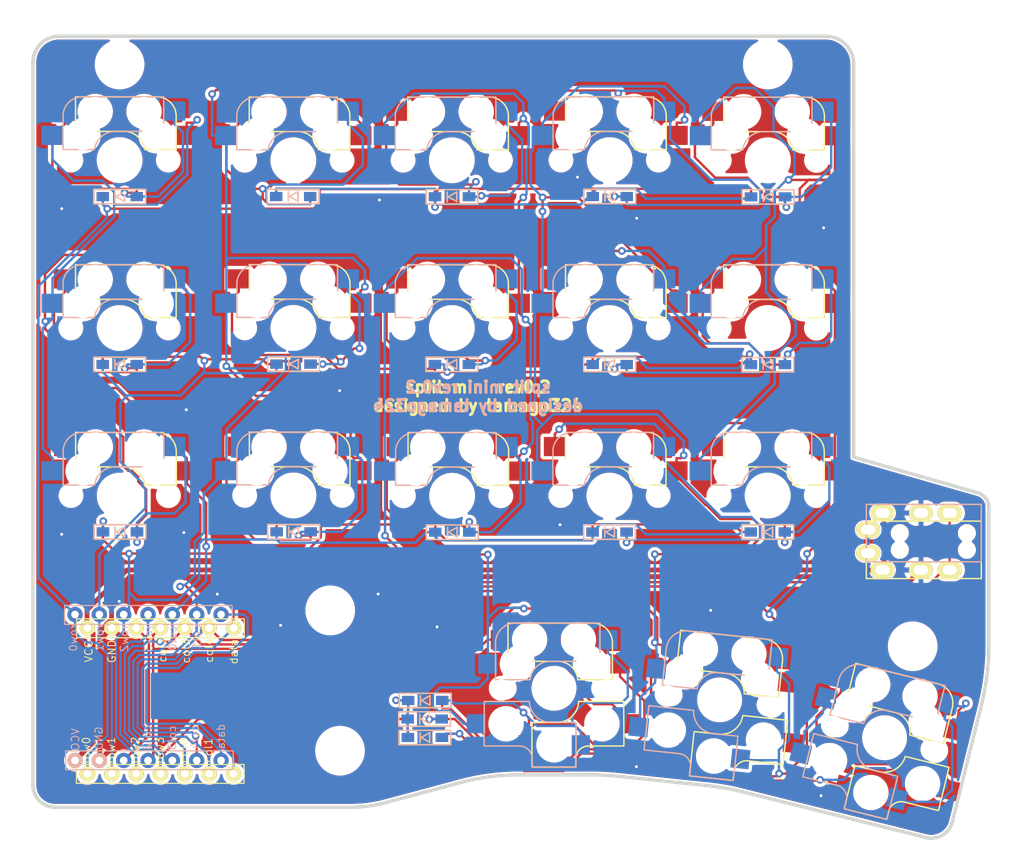
<source format=kicad_pcb>
(kicad_pcb (version 20211014) (generator pcbnew)
  (layers (0 "F.Cu" signal) (31 "B.Cu" signal) (34 "B.Paste" user) (35 "F.Paste" user) (36 "B.SilkS" user "B.Silkscreen") (37 "F.SilkS" user "F.Silkscreen") (38 "B.Mask" user) (39 "F.Mask" user) (44 "Edge.Cuts" user))
  (net 0 "")
  (net 1 "row0")
  (net 2 "Net-(D1-Pad2)")
  (net 3 "Net-(D2-Pad2)")
  (net 4 "Net-(D3-Pad2)")
  (net 5 "Net-(D4-Pad2)")
  (net 6 "Net-(D5-Pad2)")
  (net 7 "Net-(D6-Pad2)")
  (net 8 "Net-(D7-Pad2)")
  (net 9 "Net-(D8-Pad2)")
  (net 10 "Net-(D9-Pad2)")
  (net 11 "Net-(D10-Pad2)")
  (net 12 "row1")
  (net 13 "Net-(D11-Pad2)")
  (net 14 "Net-(D12-Pad2)")
  (net 15 "Net-(D13-Pad2)")
  (net 16 "Net-(D14-Pad2)")
  (net 17 "Net-(D15-Pad2)")
  (net 18 "Net-(D16-Pad2)")
  (net 19 "Net-(D17-Pad2)")
  (net 20 "Net-(D18-Pad2)")
  (net 21 "row2")
  (net 22 "row3")
  (net 23 "unconnected-(J1-PadA)")
  (net 24 "data")
  (net 25 "GND")
  (net 26 "VCC")
  (net 27 "col0")
  (net 28 "col1")
  (net 29 "col2")
  (net 30 "col3")
  (net 31 "col4")
  (net 32 "unconnected-(U1-Pad7)")
  (net 33 "unconnected-(U1-Pad12)")
  (footprint "split-mini:D3_SMD" (layer "F.Cu") (at 48.19 55.23)
    (fp_text reference "D7" hide)
    (fp_text value "D" hide)
  )
  (footprint "split-mini:CherryMX_Hotswap_both" (layer "F.Cu") (at 30.04 51.46)
    (fp_text reference "SW6" hide)
    (fp_text value "SW_PUSH" hide)
  )
  (footprint "split-mini:CherryMX_Hotswap_both" (layer "F.Cu") (at 30.05 68.96)
    (fp_text reference "SW11" hide)
    (fp_text value "SW_PUSH" hide)
  )
  (footprint "split-mini:D3_SMD" (layer "F.Cu") (at 30.05 55.26)
    (fp_text reference "D6" hide)
    (fp_text value "D" hide)
  )
  (footprint "split-mini:CherryMX_Hotswap_both" (layer "F.Cu") (at 81.17 51.46)
    (fp_text reference "SW9" hide)
    (fp_text value "SW_PUSH" hide)
  )
  (footprint "split-mini:CherryMX_Hotswap_both" (layer "F.Cu") (at 64.71 33.95)
    (fp_text reference "SW3" hide)
    (fp_text value "SW_PUSH" hide)
  )
  (footprint "split-mini:D3_SMD" (layer "F.Cu") (at 81.18 55.27)
    (fp_text reference "D9" hide)
    (fp_text value "D" hide)
  )
  (footprint "split-mini:D3_SMD" (layer "F.Cu") (at 61.93 90.35)
    (fp_text reference "D16" hide)
    (fp_text value "D" hide)
  )
  (footprint "split-mini:D3_SMD" (layer "F.Cu") (at 30.08 72.75)
    (fp_text reference "D11" hide)
    (fp_text value "D" hide)
  )
  (footprint "split-mini:D3_SMD" (layer "F.Cu") (at 81.17 72.77)
    (fp_text reference "D14" hide)
    (fp_text value "D" hide)
  )
  (footprint "split-mini:D3_SMD" (layer "F.Cu") (at 61.87 92.29)
    (fp_text reference "D17" hide)
    (fp_text value "D" hide)
  )
  (footprint "split-mini:CherryMX_Hotswap_both" (layer "F.Cu") (at 97.69 33.96)
    (fp_text reference "SW5" hide)
    (fp_text value "SW_PUSH" hide)
  )
  (footprint "split-mini:M2_HOLE_v2_4.5mm" (layer "F.Cu") (at 52.02 80.95)
    (fp_text reference "HOLE3" hide)
    (fp_text value "Val**" hide)
  )
  (footprint "split-mini:CherryMX_Hotswap_both" (layer "F.Cu") (at 97.67 68.96)
    (fp_text reference "SW15" hide)
    (fp_text value "SW_PUSH" hide)
  )
  (footprint "split-mini:D3_SMD" (layer "F.Cu") (at 64.76 72.78)
    (fp_text reference "D13" hide)
    (fp_text value "D" hide)
  )
  (footprint "split-mini:CherryMX_Hotswap_both" (layer "F.Cu") (at 48.18 51.45)
    (fp_text reference "SW7" hide)
    (fp_text value "SW_PUSH" hide)
  )
  (footprint "split-mini:D3_SMD" (layer "F.Cu") (at 30.06 37.74)
    (fp_text reference "D1" hide)
    (fp_text value "D" hide)
  )
  (footprint "split-mini:M2_HOLE_v2_4.5mm" (layer "F.Cu") (at 112.8 84.69)
    (fp_text reference "HOLE5" hide)
    (fp_text value "Val**" hide)
  )
  (footprint "split-mini:CherryMX_Choc_Hotswap" (layer "F.Cu") (at 75.37 89.08)
    (fp_text reference "SW16" hide)
    (fp_text value "SW_PUSH" hide)
  )
  (footprint "split-mini:D3_SMD" (layer "F.Cu") (at 61.9 94.22)
    (fp_text reference "D18" hide)
    (fp_text value "D" hide)
  )
  (footprint "split-mini:M2_HOLE_v2_4.5mm" (layer "F.Cu") (at 53.04 95.6)
    (fp_text reference "HOLE4" hide)
    (fp_text value "Val*" hide)
  )
  (footprint "split-mini:D3_SMD" (layer "F.Cu") (at 81.19 37.73)
    (fp_text reference "D4" hide)
    (fp_text value "D" hide)
  )
  (footprint "split-mini:D3_SMD" (layer "F.Cu") (at 97.69 55.29)
    (fp_text reference "D10" hide)
    (fp_text value "D" hide)
  )
  (footprint "split-mini:CherryMX_Choc_Hotswap" (layer "F.Cu") (at 109.8691 94.239 -14)
    (fp_text reference "SW18" hide)
    (fp_text value "SW_PUSH" hide)
  )
  (footprint "split-mini:MJ-4PP-9" (layer "F.Cu") (at 119.96 74.625 -90)
    (fp_text reference "J1")
    (fp_text value "MJ-4PP-9" hide)
  )
  (footprint "split-mini:D3_SMD" (layer "F.Cu") (at 64.73 37.76)
    (fp_text reference "D3" hide)
    (fp_text value "D" hide)
  )
  (footprint "split-mini:CherryMX_Hotswap_both" (layer "F.Cu") (at 64.71 51.46)
    (fp_text reference "SW8" hide)
    (fp_text value "SW_PUSH" hide)
  )
  (footprint "split-mini:M2_HOLE_v2_4.5mm" (layer "F.Cu") (at 97.68 23.95)
    (fp_text reference "HOLE2" hide)
    (fp_text value "Val**" hide)
  )
  (footprint "split-mini:CherryMX_Choc_Hotswap" (layer "F.Cu") (at 92.6529 90.2867 -6)
    (fp_text reference "SW17" hide)
    (fp_text value "SW_PUSH" hide)
  )
  (footprint "split-mini:XIAO-RP2040_mod" (layer "F.Cu") (at 44.8575 99.2837 90)
    (fp_text reference "U1" hide)
    (fp_text value "Seeed Studio XIAO SAMD21")
  )
  (footprint "split-mini:CherryMX_Hotswap_both" (layer "F.Cu") (at 97.68 51.47)
    (fp_text reference "SW10" hide)
    (fp_text value "SW_PUSH" hide)
  )
  (footprint "split-mini:D3_SMD" (layer "F.Cu") (at 97.68 72.76)
    (fp_text reference "D15" hide)
    (fp_text value "D" hide)
  )
  (footprint "split-mini:CherryMX_Hotswap_both" (layer "F.Cu") (at 48.17 33.95)
    (fp_text reference "SW2" hide)
    (fp_text value "SW_PUSH" hide)
  )
  (footprint "split-mini:CherryMX_Hotswap_both" (layer "F.Cu") (at 64.74 68.98)
    (fp_text reference "SW13" hide)
    (fp_text value "SW_PUSH" hide)
  )
  (footprint "split-mini:M2_HOLE_v2_4.5mm" (layer "F.Cu") (at 30.04 23.95)
    (fp_text reference "HOLE1" hide)
    (fp_text value "Val**" hide)
  )
  (footprint "split-mini:CherryMX_Hotswap_both" (layer "F.Cu") (at 48.18 68.94)
    (fp_text reference "SW12" hide)
    (fp_text value "SW_PUSH" hide)
  )
  (footprint "split-mini:CherryMX_Hotswap_both" (layer "F.Cu") (at 81.16 68.96)
    (fp_text reference "SW14" hide)
    (fp_text value "SW_PUSH" hide)
  )
  (footprint "split-mini:CherryMX_Hotswap_both" (layer "F.Cu") (at 30.04 33.93)
    (fp_text reference "SW1" hide)
    (fp_text value "SW_PUSH" hide)
  )
  (footprint "split-mini:D3_SMD" (layer "F.Cu") (at 97.71 37.77)
    (fp_text reference "D5" hide)
    (fp_text value "D" hide)
  )
  (footprint "split-mini:D3_SMD" (layer "F.Cu") (at 64.72 55.26)
    (fp_text reference "D8" hide)
    (fp_text value "D" hide)
  )
  (footprint "split-mini:CherryMX_Hotswap_both" (layer "F.Cu") (at 81.18 33.93)
    (fp_text reference "SW4" hide)
    (fp_text value "SW_PUSH" hide)
  )
  (footprint "split-mini:D3_SMD" (layer "F.Cu") (at 48.155 37.73)
    (fp_text reference "D2" hide)
    (fp_text value "D" hide)
  )
  (footprint "split-mini:D3_SMD" (layer "F.Cu") (at 48.2 72.74)
    (fp_text reference "D12" hide)
    (fp_text value "D" hide)
  )
  (gr_line (start 120.734058 85.32105) (end 120.746346 84.517181) (layer "Edge.Cuts") (width 0.349999))
  (gr_line (start 94.563467 99.77363) (end 95.006416 99.879974) (layer "Edge.Cuts") (width 0.349999))
  (gr_line (start 21.067121 99.747413) (end 21.097288 99.856121) (layer "Edge.Cuts") (width 0.349999))
  (gr_line (start 95.006416 99.879974) (end 95.006416 99.879974) (layer "Edge.Cuts") (width 0.349999))
  (gr_line (start 106.613959 23.464589) (end 106.588365 23.321274) (layer "Edge.Cuts") (width 0.349999))
  (gr_line (start 21.022792 99.525582) (end 21.042263 99.63717) (layer "Edge.Cuts") (width 0.349999))
  (gr_line (start 21.450528 100.558221) (end 21.520346 100.647842) (layer "Edge.Cuts") (width 0.349999))
  (gr_line (start 23.314208 21.02724) (end 23.182826 21.050152) (layer "Edge.Cuts") (width 0.349999))
  (gr_line (start 120.663178 69.673555) (end 120.617953 69.555976) (layer "Edge.Cuts") (width 0.349999))
  (gr_line (start 120.429619 69.232038) (end 120.350533 69.135311) (layer "Edge.Cuts") (width 0.349999))
  (gr_line (start 116.257734 104.147387) (end 116.337281 104.072331) (layer "Edge.Cuts") (width 0.349999))
  (gr_line (start 65.730083 98.890289) (end 65.730083 98.890289) (layer "Edge.Cuts") (width 0.349999))
  (gr_line (start 104.737877 21.174101) (end 104.602654 21.128344) (layer "Edge.Cuts") (width 0.349999))
  (gr_line (start 120.30606 89.309528) (end 120.440307 88.517806) (layer "Edge.Cuts") (width 0.349999))
  (gr_line (start 106.647491 64.950611) (end 106.647491 23.907794) (layer "Edge.Cuts") (width 0.349999))
  (gr_line (start 114.417834 104.707695) (end 114.531519 104.721167) (layer "Edge.Cuts") (width 0.349999))
  (gr_line (start 22.319756 101.272024) (end 22.422725 101.317646) (layer "Edge.Cuts") (width 0.349999))
  (gr_line (start 21.325017 100.370023) (end 21.385392 100.465551) (layer "Edge.Cuts") (width 0.349999))
  (gr_line (start 116.831755 103.339065) (end 116.873233 103.232363) (layer "Edge.Cuts") (width 0.349999))
  (gr_line (start 114.869318 104.727193) (end 114.980256 104.718084) (layer "Edge.Cuts") (width 0.349999))
  (gr_line (start 116.678483 103.640152) (end 116.734207 103.543064) (layer "Edge.Cuts") (width 0.349999))
  (gr_line (start 21.793434 21.793513) (end 21.700478 21.891184) (layer "Edge.Cuts") (width 0.349999))
  (gr_line (start 106.069327 22.16653) (end 105.982931 22.056589) (layer "Edge.Cuts") (width 0.349999))
  (gr_line (start 105.588428 21.662081) (end 105.478488 21.575683) (layer "Edge.Cuts") (width 0.349999))
  (gr_line (start 104.870037 21.226211) (end 104.737877 21.174101) (layer "Edge.Cuts") (width 0.349999))
  (gr_line (start 79.268402 98.118347) (end 79.619825 98.120645) (layer "Edge.Cuts") (width 0.349999))
  (gr_line (start 119.962618 68.817891) (end 119.849615 68.758387) (layer "Edge.Cuts") (width 0.349999))
  (gr_line (start 120.725055 69.920137) (end 120.699003 69.795107) (layer "Edge.Cuts") (width 0.349999))
  (gr_line (start 21.042263 99.63717) (end 21.067121 99.747413) (layer "Edge.Cuts") (width 0.349999))
  (gr_line (start 120.699003 69.795107) (end 120.663178 69.673555) (layer "Edge.Cuts") (width 0.349999))
  (gr_line (start 81.724553 98.230937) (end 82.074291 98.265381) (layer "Edge.Cuts") (width 0.349999))
  (gr_line (start 119.606995 68.666672) (end 106.647491 64.950611) (layer "Edge.Cuts") (width 0.349999))
  (gr_line (start 21.21886 100.171147) (end 21.26948 100.271825) (layer "Edge.Cuts") (width 0.349999))
  (gr_line (start 21.049932 23.18283) (end 21.027007 23.31421) (layer "Edge.Cuts") (width 0.349999))
  (gr_line (start 23.078052 101.482078) (end 23.191759 101.490535) (layer "Edge.Cuts") (width 0.349999))
  (gr_line (start 20.99749 99.184639) (end 21.000327 99.299127) (layer "Edge.Cuts") (width 0.349999))
  (gr_line (start 115.907617 104.406218) (end 115.99959 104.347927) (layer "Edge.Cuts") (width 0.349999))
  (gr_line (start 105.694026 21.753553) (end 105.588428 21.662081) (layer "Edge.Cuts") (width 0.349999))
  (gr_line (start 105.89146 21.95099) (end 105.795097 21.849917) (layer "Edge.Cuts") (width 0.349999))
  (gr_line (start 23.306244 101.49337) (end 54.168747 101.493347) (layer "Edge.Cuts") (width 0.349999))
  (gr_line (start 23.715622 20.997488) (end 23.715622 20.997488) (layer "Edge.Cuts") (width 0.349999))
  (gr_line (start 21.99283 21.61295) (end 21.891115 21.700567) (layer "Edge.Cuts") (width 0.349999))
  (gr_line (start 57.823814 101.011581) (end 57.823814 101.011581) (layer "Edge.Cuts") (width 0.349999))
  (gr_line (start 120.746346 84.517181) (end 120.746346 70.178646) (layer "Edge.Cuts") (width 0.349999))
  (gr_line (start 120.563702 69.442866) (end 120.5008 69.334721) (layer "Edge.Cuts") (width 0.349999))
  (gr_line (start 120.744992 70.113118) (end 120.740961 70.048149) (layer "Edge.Cuts") (width 0.349999))
  (gr_line (start 21.114721 22.925043) (end 21.079201 23.053033) (layer "Edge.Cuts") (width 0.349999))
  (gr_line (start 21.000556 23.580829) (end 20.997215 23.715622) (layer "Edge.Cuts") (width 0.349999))
  (gr_line (start 93.224898 99.501293) (end 93.672605 99.584271) (layer "Edge.Cuts") (width 0.349999))
  (gr_line (start 115.411094 104.628832) (end 115.51471 104.593834) (layer "Edge.Cuts") (width 0.349999))
  (gr_line (start 116.618357 103.733828) (end 116.678483 103.640152) (layer "Edge.Cuts") (width 0.349999))
  (gr_line (start 55.553294 101.425245) (end 56.012088 101.372398) (layer "Edge.Cuts") (width 0.349999))
  (gr_line (start 21.932681 101.040365) (end 22.025351 101.105499) (layer "Edge.Cuts") (width 0.349999))
  (gr_line (start 79.971141 98.127542) (end 80.322305 98.139037) (layer "Edge.Cuts") (width 0.349999))
  (gr_line (start 94.118828 99.675056) (end 94.563467 99.77363) (layer "Edge.Cuts") (width 0.349999))
  (gr_line (start 119.965073 90.880112) (end 120.147626 90.097149) (layer "Edge.Cuts") (width 0.349999))
  (gr_line (start 21.520346 100.647842) (end 21.594767 100.734227) (layer "Edge.Cuts") (width 0.349999))
  (gr_line (start 21.843058 100.970549) (end 21.932681 101.040365) (layer "Edge.Cuts") (width 0.349999))
  (gr_line (start 116.41329 103.993343) (end 116.485588 103.910527) (layer "Edge.Cuts") (width 0.349999))
  (gr_line (start 114.980256 104.718084) (end 115.090076 104.70359) (layer "Edge.Cuts") (width 0.349999))
  (gr_line (start 92.325451 99.35883) (end 92.775813 99.42614) (layer "Edge.Cuts") (width 0.349999))
  (gr_line (start 119.790967 68.731954) (end 119.730949 68.707815) (layer "Edge.Cuts") (width 0.349999))
  (gr_line (start 22.207471 21.45407) (end 22.098356 21.530754) (layer "Edge.Cuts") (width 0.349999))
  (gr_line (start 103.737228 20.997492) (end 23.715622 20.997488) (layer "Edge.Cuts") (width 0.349999))
  (gr_line (start 116.088715 104.285289) (end 116.174821 104.218407) (layer "Edge.Cuts") (width 0.349999))
  (gr_line (start 105.982931 22.056589) (end 105.89146 21.95099) (layer "Edge.Cuts") (width 0.349999))
  (gr_line (start 104.034787 21.012522) (end 103.886991 21.001281) (layer "Edge.Cuts") (width 0.349999))
  (gr_line (start 116.337281 104.072331) (end 116.41329 103.993343) (layer "Edge.Cuts") (width 0.349999))
  (gr_line (start 22.634779 101.393589) (end 22.743485 101.423753) (layer "Edge.Cuts") (width 0.349999))
  (gr_line (start 23.182826 21.050152) (end 23.053027 21.079407) (layer "Edge.Cuts") (width 0.349999))
  (gr_line (start 21.1564 22.799082) (end 21.114721 22.925043) (layer "Edge.Cuts") (width 0.349999))
  (gr_line (start 21.700478 21.891184) (end 21.61285 21.99289) (layer "Edge.Cuts") (width 0.349999))
  (gr_line (start 105.364387 21.494542) (end 105.246308 21.418842) (layer "Edge.Cuts") (width 0.349999))
  (gr_line (start 22.435573 21.317612) (end 22.31995 21.382992) (layer "Edge.Cuts") (width 0.349999))
  (gr_line (start 69.367896 98.227495) (end 70.105548 98.166918) (layer "Edge.Cuts") (width 0.349999))
  (gr_line (start 22.925033 21.114915) (end 22.799069 21.156581) (layer "Edge.Cuts") (width 0.349999))
  (gr_line (start 103.737228 20.997492) (end 103.737228 20.997492) (layer "Edge.Cuts") (width 0.349999))
  (gr_line (start 115.812969 104.460058) (end 115.907617 104.406218) (layer "Edge.Cuts") (width 0.349999))
  (gr_line (start 54.631255 101.485768) (end 55.092893 101.463051) (layer "Edge.Cuts") (width 0.349999))
  (gr_line (start 82.074291 98.265381) (end 91.42131 99.24781) (layer "Edge.Cuts") (width 0.349999))
  (gr_line (start 104.46455 21.089126) (end 104.32375 21.056627) (layer "Edge.Cuts") (width 0.349999))
  (gr_line (start 21.010518 23.44695) (end 21.000556 23.580829) (layer "Edge.Cuts") (width 0.349999))
  (gr_line (start 104.180434 21.031031) (end 104.034787 21.012522) (layer "Edge.Cuts") (width 0.349999))
  (gr_line (start 119.606995 68.666672) (end 119.606995 68.666672) (layer "Edge.Cuts") (width 0.349999))
  (gr_line (start 22.098356 21.530754) (end 21.99283 21.61295) (layer "Edge.Cuts") (width 0.349999))
  (gr_line (start 115.51471 104.593834) (end 115.616343 104.55397) (layer "Edge.Cuts") (width 0.349999))
  (gr_line (start 21.453948 22.207514) (end 21.382859 22.319987) (layer "Edge.Cuts") (width 0.349999))
  (gr_line (start 106.418789 22.774986) (end 106.360509 22.646071) (layer "Edge.Cuts") (width 0.349999))
  (gr_line (start 106.470898 22.907146) (end 106.418789 22.774986) (layer "Edge.Cuts") (width 0.349999))
  (gr_line (start 80.322305 98.139037) (end 80.673272 98.155126) (layer "Edge.Cuts") (width 0.349999))
  (gr_line (start 21.673714 100.817184) (end 21.673714 100.817184) (layer "Edge.Cuts") (width 0.349999))
  (gr_line (start 106.643705 23.758032) (end 106.632466 23.610236) (layer "Edge.Cuts") (width 0.349999))
  (gr_line (start 55.092893 101.463051) (end 55.553294 101.425245) (layer "Edge.Cuts") (width 0.349999))
  (gr_line (start 80.673272 98.155126) (end 81.023999 98.175807) (layer "Edge.Cuts") (width 0.349999))
  (gr_line (start 105.246308 21.418842) (end 105.124435 21.348765) (layer "Edge.Cuts") (width 0.349999))
  (gr_line (start 106.647491 64.950611) (end 106.647491 64.950611) (layer "Edge.Cuts") (width 0.349999))
  (gr_line (start 57.823814 101.011581) (end 65.730083 98.890289) (layer "Edge.Cuts") (width 0.349999))
  (gr_line (start 56.468906 101.30456) (end 56.923379 101.221779) (layer "Edge.Cuts") (width 0.349999))
  (gr_line (start 79.268402 98.118347) (end 79.268402 98.118347) (layer "Edge.Cuts") (width 0.349999))
  (gr_line (start 106.29624 22.520586) (end 106.226164 22.398712) (layer "Edge.Cuts") (width 0.349999))
  (gr_line (start 70.105548 98.166918) (end 70.845185 98.130517) (layer "Edge.Cuts") (width 0.349999))
  (gr_line (start 116.940735 103.010071) (end 116.940735 103.010071) (layer "Edge.Cuts") (width 0.349999))
  (gr_line (start 54.168747 101.493347) (end 54.168747 101.493347) (layer "Edge.Cuts") (width 0.349999))
  (gr_line (start 119.730949 68.707815) (end 119.66961 68.686034) (layer "Edge.Cuts") (width 0.349999))
  (gr_line (start 106.647491 23.907794) (end 106.643705 23.758032) (layer "Edge.Cuts") (width 0.349999))
  (gr_line (start 21.204145 22.675373) (end 21.1564 22.799082) (layer "Edge.Cuts") (width 0.349999))
  (gr_line (start 116.554001 103.823988) (end 116.618357 103.733828) (layer "Edge.Cuts") (width 0.349999))
  (gr_line (start 56.012088 101.372398) (end 56.468906 101.30456) (layer "Edge.Cuts") (width 0.349999))
  (gr_line (start 57.375138 101.124103) (end 57.823814 101.011581) (layer "Edge.Cuts") (width 0.349999))
  (gr_line (start 120.746346 70.178646) (end 120.744992 70.113118) (layer "Edge.Cuts") (width 0.349999))
  (gr_line (start 67.90091 98.420864) (end 68.63282 98.312169) (layer "Edge.Cuts") (width 0.349999))
  (gr_line (start 21.000327 99.299127) (end 21.008788 99.412838) (layer "Edge.Cuts") (width 0.349999))
  (gr_line (start 23.053027 21.079407) (end 22.925033 21.114915) (layer "Edge.Cuts") (width 0.349999))
  (gr_line (start 91.42131 99.24781) (end 91.873916 99.299381) (layer "Edge.Cuts") (width 0.349999))
  (gr_line (start 71.586216 98.11837) (end 71.586216 98.11837) (layer "Edge.Cuts") (width 0.349999))
  (gr_line (start 21.382859 22.319987) (end 21.317467 22.435603) (layer "Edge.Cuts") (width 0.349999))
  (gr_line (start 20.99749 99.184639) (end 20.99749 99.184639) (layer "Edge.Cuts") (width 0.349999))
  (gr_line (start 21.673714 100.817184) (end 21.756673 100.896129) (layer "Edge.Cuts") (width 0.349999))
  (gr_line (start 114.189873 104.662933) (end 114.189873 104.662933) (layer "Edge.Cuts") (width 0.349999))
  (gr_line (start 21.61285 21.99289) (end 21.530643 22.098408) (layer "Edge.Cuts") (width 0.349999))
  (gr_line (start 23.191759 101.490535) (end 23.306244 101.49337) (layer "Edge.Cuts") (width 0.349999))
  (gr_line (start 82.074291 98.265381) (end 82.074291 98.265381) (layer "Edge.Cuts") (width 0.349999))
  (gr_line (start 115.090076 104.70359) (end 115.198604 104.683814) (layer "Edge.Cuts") (width 0.349999))
  (gr_line (start 21.891115 21.700567) (end 21.793434 21.793513) (layer "Edge.Cuts") (width 0.349999))
  (gr_line (start 106.632466 23.610236) (end 106.613959 23.464589) (layer "Edge.Cuts") (width 0.349999))
  (gr_line (start 92.775813 99.42614) (end 93.224898 99.501293) (layer "Edge.Cuts") (width 0.349999))
  (gr_line (start 120.697243 86.123603) (end 120.734058 85.32105) (layer "Edge.Cuts") (width 0.349999))
  (gr_line (start 22.965311 101.468076) (end 23.078052 101.482078) (layer "Edge.Cuts") (width 0.349999))
  (gr_line (start 114.757434 104.730812) (end 114.869318 104.727193) (layer "Edge.Cuts") (width 0.349999))
  (gr_line (start 21.756673 100.896129) (end 21.843058 100.970549) (layer "Edge.Cuts") (width 0.349999))
  (gr_line (start 116.940735 103.010071) (end 119.965073 90.880112) (layer "Edge.Cuts") (width 0.349999))
  (gr_line (start 120.7343 69.983801) (end 120.725055 69.920137) (layer "Edge.Cuts") (width 0.349999))
  (gr_line (start 119.66961 68.686034) (end 119.606995 68.666672) (layer "Edge.Cuts") (width 0.349999))
  (gr_line (start 23.580829 21.000816) (end 23.44695 21.010763) (layer "Edge.Cuts") (width 0.349999))
  (gr_line (start 115.99959 104.347927) (end 116.088715 104.285289) (layer "Edge.Cuts") (width 0.349999))
  (gr_line (start 106.226164 22.398712) (end 106.150466 22.280632) (layer "Edge.Cuts") (width 0.349999))
  (gr_line (start 81.37444 98.201078) (end 81.724553 98.230937) (layer "Edge.Cuts") (width 0.349999))
  (gr_line (start 104.99895 21.284494) (end 104.870037 21.226211) (layer "Edge.Cuts") (width 0.349999))
  (gr_line (start 22.120879 101.165872) (end 22.219077 101.221407) (layer "Edge.Cuts") (width 0.349999))
  (gr_line (start 116.485588 103.910527) (end 116.554001 103.823988) (layer "Edge.Cuts") (width 0.349999))
  (gr_line (start 21.079201 23.053033) (end 21.049932 23.18283) (layer "Edge.Cuts") (width 0.349999))
  (gr_line (start 23.44695 21.010763) (end 23.314208 21.02724) (layer "Edge.Cuts") (width 0.349999))
  (gr_line (start 116.909617 103.122663) (end 116.940735 103.010071) (layer "Edge.Cuts") (width 0.349999))
  (gr_line (start 22.554116 21.258022) (end 22.435573 21.317612) (layer "Edge.Cuts") (width 0.349999))
  (gr_line (start 120.147626 90.097149) (end 120.30606 89.309528) (layer "Edge.Cuts") (width 0.349999))
  (gr_line (start 21.530643 22.098408) (end 21.453948 22.207514) (layer "Edge.Cuts") (width 0.349999))
  (gr_line (start 106.588365 23.321274) (end 106.555869 23.180473) (layer "Edge.Cuts") (width 0.349999))
  (gr_line (start 120.635967 86.924286) (end 120.697243 86.123603) (layer "Edge.Cuts") (width 0.349999))
  (gr_line (start 116.873233 103.232363) (end 116.909617 103.122663) (layer "Edge.Cuts") (width 0.349999))
  (gr_line (start 68.63282 98.312169) (end 69.367896 98.227495) (layer "Edge.Cuts") (width 0.349999))
  (gr_line (start 22.743485 101.423753) (end 22.853726 101.448609) (layer "Edge.Cuts") (width 0.349999))
  (gr_line (start 120.440307 88.517806) (end 120.550299 87.722539) (layer "Edge.Cuts") (width 0.349999))
  (gr_line (start 22.527796 101.358194) (end 22.634779 101.393589) (layer "Edge.Cuts") (width 0.349999))
  (gr_line (start 21.132686 99.963106) (end 21.173236 100.068177) (layer "Edge.Cuts") (width 0.349999))
  (gr_line (start 22.025351 101.105499) (end 22.120879 101.165872) (layer "Edge.Cuts") (width 0.349999))
  (gr_line (start 95.006416 99.879974) (end 114.189873 104.662933) (layer "Edge.Cuts") (width 0.349999))
  (gr_line (start 21.385392 100.465551) (end 21.450528 100.558221) (layer "Edge.Cuts") (width 0.349999))
  (gr_line (start 21.008788 99.412838) (end 21.022792 99.525582) (layer "Edge.Cuts") (width 0.349999))
  (gr_line (start 115.198604 104.683814) (end 115.305668 104.65886) (layer "Edge.Cuts") (width 0.349999))
  (gr_line (start 67.172756 98.553501) (end 67.90091 98.420864) (layer "Edge.Cuts") (width 0.349999))
  (gr_line (start 106.150466 22.280632) (end 106.069327 22.16653) (layer "Edge.Cuts") (width 0.349999))
  (gr_line (start 21.097288 99.856121) (end 21.132686 99.963106) (layer "Edge.Cuts") (width 0.349999))
  (gr_line (start 120.5008 69.334721) (end 120.429619 69.232038) (layer "Edge.Cuts") (width 0.349999))
  (gr_line (start 21.027007 23.31421) (end 21.010518 23.44695) (layer "Edge.Cuts") (width 0.349999))
  (gr_line (start 116.174821 104.218407) (end 116.257734 104.147387) (layer "Edge.Cuts") (width 0.349999))
  (gr_line (start 120.263917 69.045037) (end 120.170143 68.961712) (layer "Edge.Cuts") (width 0.349999))
  (gr_line (start 70.845185 98.130517) (end 71.586216 98.11837) (layer "Edge.Cuts") (width 0.349999))
  (gr_line (start 91.42131 99.24781) (end 91.42131 99.24781) (layer "Edge.Cuts") (width 0.349999))
  (gr_line (start 22.675355 21.204314) (end 22.554116 21.258022) (layer "Edge.Cuts") (width 0.349999))
  (gr_line (start 21.257865 22.554139) (end 21.204145 22.675373) (layer "Edge.Cuts") (width 0.349999))
  (gr_line (start 22.422725 101.317646) (end 22.527796 101.358194) (layer "Edge.Cuts") (width 0.349999))
  (gr_line (start 114.644776 104.728838) (end 114.757434 104.730812) (layer "Edge.Cuts") (width 0.349999))
  (gr_line (start 116.734207 103.543064) (end 116.785355 103.442667) (layer "Edge.Cuts") (width 0.349999))
  (gr_line (start 120.350533 69.135311) (end 120.263917 69.045037) (layer "Edge.Cuts") (width 0.349999))
  (gr_line (start 120.550299 87.722539) (end 120.635967 86.924286) (layer "Edge.Cuts") (width 0.349999))
  (gr_line (start 21.594767 100.734227) (end 21.673714 100.817184) (layer "Edge.Cuts") (width 0.349999))
  (gr_line (start 106.360509 22.646071) (end 106.29624 22.520586) (layer "Edge.Cuts") (width 0.349999))
  (gr_line (start 79.619825 98.120645) (end 79.971141 98.127542) (layer "Edge.Cuts") (width 0.349999))
  (gr_line (start 115.715821 104.509343) (end 115.812969 104.460058) (layer "Edge.Cuts") (width 0.349999))
  (gr_line (start 120.746346 70.178646) (end 120.746346 70.178646) (layer "Edge.Cuts") (width 0.349999))
  (gr_line (start 20.997215 23.715622) (end 20.997215 23.715622) (layer "Edge.Cuts") (width 0.349999))
  (gr_line (start 104.32375 21.056627) (end 104.180434 21.031031) (layer "Edge.Cuts") (width 0.349999))
  (gr_line (start 71.586216 98.11837) (end 79.268402 98.118347) (layer "Edge.Cuts") (width 0.349999))
  (gr_line (start 105.795097 21.849917) (end 105.694026 21.753553) (layer "Edge.Cuts") (width 0.349999))
  (gr_line (start 119.849615 68.758387) (end 119.790967 68.731954) (layer "Edge.Cuts") (width 0.349999))
  (gr_line (start 54.168747 101.493347) (end 54.631255 101.485768) (layer "Edge.Cuts") (width 0.349999))
  (gr_line (start 116.785355 103.442667) (end 116.831755 103.339065) (layer "Edge.Cuts") (width 0.349999))
  (gr_line (start 120.170143 68.961712) (end 120.069586 68.885831) (layer "Edge.Cuts") (width 0.349999))
  (gr_line (start 66.448951 98.710002) (end 67.172756 98.553501) (layer "Edge.Cuts") (width 0.349999))
  (gr_line (start 104.602654 21.128344) (end 104.46455 21.089126) (layer "Edge.Cuts") (width 0.349999))
  (gr_line (start 114.189873 104.662933) (end 114.303894 104.688319) (layer "Edge.Cuts") (width 0.349999))
  (gr_line (start 22.799069 21.156581) (end 22.675355 21.204314) (layer "Edge.Cuts") (width 0.349999))
  (gr_line (start 120.746346 84.517181) (end 120.746346 84.517181) (layer "Edge.Cuts") (width 0.349999))
  (gr_line (start 120.617953 69.555976) (end 120.563702 69.442866) (layer "Edge.Cuts") (width 0.349999))
  (gr_line (start 114.303894 104.688319) (end 114.417834 104.707695) (layer "Edge.Cuts") (width 0.349999))
  (gr_line (start 106.555869 23.180473) (end 106.516652 23.042369) (layer "Edge.Cuts") (width 0.349999))
  (gr_line (start 65.730083 98.890289) (end 66.448951 98.710002) (layer "Edge.Cuts") (width 0.349999))
  (gr_line (start 81.023999 98.175807) (end 81.37444 98.201078) (layer "Edge.Cuts") (width 0.349999))
  (gr_line (start 21.173236 100.068177) (end 21.21886 100.171147) (layer "Edge.Cuts") (width 0.349999))
  (gr_line (start 115.616343 104.55397) (end 115.715821 104.509343) (layer "Edge.Cuts") (width 0.349999))
  (gr_line (start 106.516652 23.042369) (end 106.470898 22.907146) (layer "Edge.Cuts") (width 0.349999))
  (gr_line (start 23.715622 20.997488) (end 23.580829 21.000816) (layer "Edge.Cuts") (width 0.349999))
  (gr_line (start 120.740961 70.048149) (end 120.7343 69.983801) (layer "Edge.Cuts") (width 0.349999))
  (gr_line (start 22.219077 101.221407) (end 22.319756 101.272024) (layer "Edge.Cuts") (width 0.349999))
  (gr_line (start 56.923379 101.221779) (end 57.375138 101.124103) (layer "Edge.Cuts") (width 0.349999))
  (gr_line (start 103.886991 21.001281) (end 103.737228 20.997492) (layer "Edge.Cuts") (width 0.349999))
  (gr_line (start 22.853726 101.448609) (end 22.965311 101.468076) (layer "Edge.Cuts") (width 0.349999))
  (gr_line (start 105.478488 21.575683) (end 105.364387 21.494542) (layer "Edge.Cuts") (width 0.349999))
  (gr_line (start 119.965073 90.880112) (end 119.965073 90.880112) (layer "Edge.Cuts") (width 0.349999))
  (gr_line (start 105.124435 21.348765) (end 104.99895 21.284494) (layer "Edge.Cuts") (width 0.349999))
  (gr_line (start 21.793434 21.793513) (end 21.793434 21.793513) (layer "Edge.Cuts") (width 0.349999))
  (gr_line (start 93.672605 99.584271) (end 94.118828 99.675056) (layer "Edge.Cuts") (width 0.349999))
  (gr_line (start 21.317467 22.435603) (end 21.257865 22.554139) (layer "Edge.Cuts") (width 0.349999))
  (gr_line (start 20.997215 23.715622) (end 20.99749 99.184639) (layer "Edge.Cuts") (width 0.349999))
  (gr_line (start 23.306244 101.49337) (end 23.306244 101.49337) (layer "Edge.Cuts") (width 0.349999))
  (gr_line (start 22.31995 21.382992) (end 22.207471 21.45407) (layer "Edge.Cuts") (width 0.349999))
  (gr_line (start 91.873916 99.299381) (end 92.325451 99.35883) (layer "Edge.Cuts") (width 0.349999))
  (gr_line (start 120.069586 68.885831) (end 119.962618 68.817891) (layer "Edge.Cuts") (width 0.349999))
  (gr_line (start 21.26948 100.271825) (end 21.325017 100.370023) (layer "Edge.Cuts") (width 0.349999))
  (gr_line (start 115.305668 104.65886) (end 115.411094 104.628832) (layer "Edge.Cuts") (width 0.349999))
  (gr_line (start 114.531519 104.721167) (end 114.644776 104.728838) (layer "Edge.Cuts") (width 0.349999))
  (gr_text "split mini rev0.2\ndesigned by tamago324" (at 67.45 58.61) (layer "B.SilkS") (effects (font (size 1.2 1.2) (thickness 0.3)) (justify mirror)))
  (gr_text "split mini rev0.2\ndesigned by tamago324" (at 67.44 58.6) (layer "F.SilkS") (effects (font (size 1.2 1.2) (thickness 0.3))))
  (segment (start 95.935 37.77) (end 95.935 36.9697) (width 0.25) (layer "F.Cu") (net 1))
  (segment (start 63.3851 36.9297) (end 79.415 36.9297) (width 0.25) (layer "F.Cu") (net 1))
  (segment (start 95.895 36.9297) (end 79.415 36.9297) (width 0.25) (layer "F.Cu") (net 1))
  (segment (start 28.285 37.74) (end 28.285 38.5403) (width 0.25) (layer "F.Cu") (net 1))
  (segment (start 62.955 37.5599) (end 62.955 37.3598) (width 0.25) (layer "F.Cu") (net 1))
  (segment (start 46.38 37.73) (end 46.38 36.9297) (width 0.25) (layer "F.Cu") (net 1))
  (segment (start 50.9059 36.9597) (end 50.9059 38.3682) (width 0.25) (layer "F.Cu") (net 1))
  (segment (start 62.955 37.76) (end 62.955 38.8381) (width 0.25) (layer "F.Cu") (net 1))
  (segment (start 46.38 36.9297) (end 50.8759 36.9297) (width 0.25) (layer "F.Cu") (net 1))
  (segment (start 79.415 37.73) (end 79.415 36.9297) (width 0.25) (layer "F.Cu") (net 1))
  (segment (start 62.955 37.3598) (end 63.3851 36.9297) (width 0.25) (layer "F.Cu") (net 1))
  (segment (start 62.955 37.3598) (end 62.955 36.9597) (width 0.25) (layer "F.Cu") (net 1))
  (segment (start 62.955 37.5599) (end 62.955 37.76) (width 0.25) (layer "F.Cu") (net 1))
  (segment (start 50.9059 38.3682) (end 50.2658 39.0083) (width 0.25) (layer "F.Cu") (net 1))
  (segment (start 95.935 36.9697) (end 95.895 36.9297) (width 0.25) (layer "F.Cu") (net 1))
  (segment (start 28.753 39.0083) (end 28.285 38.5403) (width 0.25) (layer "F.Cu") (net 1))
  (segment (start 50.2658 39.0083) (end 28.753 39.0083) (width 0.25) (layer "F.Cu") (net 1))
  (segment (start 62.955 36.9597) (end 50.9059 36.9597) (width 0.25) (layer "F.Cu") (net 1))
  (segment (start 50.8759 36.9297) (end 50.9059 36.9597) (width 0.25) (layer "F.Cu") (net 1))
  (via (at 62.955 38.8381) (size 0.8) (drill 0.4) (layers "F.Cu" "B.Cu") (net 1))
  (via (at 28.753 39.0083) (size 0.8) (drill 0.4) (layers "F.Cu" "B.Cu") (net 1))
  (segment (start 46.38 36.9297) (end 62.925 36.9297) (width 0.25) (layer "B.Cu") (net 1))
  (segment (start 28.285 38.1401) (end 28.285 38.5821) (width 0.25) (layer "B.Cu") (net 1))
  (segment (start 21.5646 77.5558) (end 21.5646 47.104704) (width 0.25) (layer "B.Cu") (net 1))
  (segment (start 95.755 37.95) (end 84.96 37.95) (width 0.25) (layer "B.Cu") (net 1))
  (segment (start 46.38 37.73) (end 46.38 36.9297) (width 0.25) (layer "B.Cu") (net 1))
  (segment (start 79.415 37.73) (end 79.415 37.3298) (width 0.25) (layer "B.Cu") (net 1))
  (segment (start 26.6865 96.1135) (end 28.7765 94.0235) (width 0.25) (layer "B.Cu") (net 1))
  (segment (start 84.96 37.95) (end 83.94 36.93) (width 0.25) (layer "B.Cu") (net 1))
  (segment (start 79.8148 36.93) (end 79.415 37.3298) (width 0.25) (layer "B.Cu") (net 1))
  (segment (start 28.7112 39.0083) (end 28.753 39.0083) (width 0.25) (layer "B.Cu") (net 1))
  (segment (start 28.7765 94.0235) (end 28.7765 85.4765) (width 0.25) (layer "B.Cu") (net 1))
  (segment (start 62.955 37.76) (end 62.955 36.9597) (width 0.25) (layer "B.Cu") (net 1))
  (segment (start 28.285 37.74) (end 28.285 38.1401) (width 0.25) (layer "B.Cu") (net 1))
  (segment (start 78.1845 38.5603) (end 62.955 38.5603) (width 0.25) (layer "B.Cu") (net 1))
  (segment (start 95.935 37.77) (end 95.755 37.95) (width 0.25) (layer "B.Cu") (net 1))
  (segment (start 26.43 84.3) (end 25.3875 83.2575) (width 0.25) (layer "B.Cu") (net 1))
  (segment (start 62.925 36.9297) (end 62.955 36.9597) (width 0.25) (layer "B.Cu") (net 1))
  (segment (start 62.955 38.5603) (end 62.955 37.76) (width 0.25) (layer "B.Cu") (net 1))
  (segment (start 21.5646 47.104704) (end 28.7112 39.958104) (width 0.25) (layer "B.Cu") (net 1))
  (segment (start 28.7112 39.958104) (end 28.7112 39.0083) (width 0.25) (layer "B.Cu") (net 1))
  (segment (start 25.3875 83.2575) (end 25.3875 81.3787) (width 0.25) (layer "B.Cu") (net 1))
  (segment (start 79.415 37.3298) (end 78.1845 38.5603) (width 0.25) (layer "B.Cu") (net 1))
  (segment (start 28.285 38.5821) (end 28.7112 39.0083) (width 0.25) (layer "B.Cu") (net 1))
  (segment (start 26.6865 98.0112) (end 26.6865 96.1135) (width 0.25) (layer "B.Cu") (net 1))
  (segment (start 28.7765 85.4765) (end 27.6 84.3) (width 0.25) (layer "B.Cu") (net 1))
  (segment (start 27.6 84.3) (end 26.43 84.3) (width 0.25) (layer "B.Cu") (net 1))
  (segment (start 25.3875 81.3787) (end 21.5646 77.5558) (width 0.25) (layer "B.Cu") (net 1))
  (segment (start 62.955 38.5603) (end 62.955 38.8381) (width 0.25) (layer "B.Cu") (net 1))
  (segment (start 83.94 36.93) (end 79.8148 36.93) (width 0.25) (layer "B.Cu") (net 1))
  (segment (start 31.835 37.74) (end 31.835 37.3398) (width 0.25) (layer "F.Cu") (net 2))
  (segment (start 23.03 31.4453) (end 24.34 30.1353) (width 0.25) (layer "F.Cu") (net 2))
  (segment (start 24.34 30.1353) (end 24.34 28.81) (width 0.25) (layer "F.Cu") (net 2))
  (segment (start 31.835 37.3398) (end 30.5645 37.3398) (width 0.25) (layer "F.Cu") (net 2))
  (segment (start 31.835 36.9397) (end 24.6997 36.9397) (width 0.25) (layer "F.Cu") (net 2))
  (segment (start 23.03 35.27) (end 23.03 31.4453) (width 0.25) (layer "F.Cu") (net 2))
  (segment (start 31.835 37.3398) (end 31.835 36.9397) (width 0.25) (layer "F.Cu") (net 2))
  (segment (start 24.6997 36.9397) (end 23.03 35.27) (width 0.25) (layer "F.Cu") (net 2))
  (via (at 30.5645 37.3398) (size 0.8) (drill 0.4) (layers "F.Cu" "B.Cu") (net 2))
  (segment (start 31.835 37.74) (end 30.8597 37.74) (width 0.25) (layer "B.Cu") (net 2))
  (segment (start 36.65 31.0453) (end 36.65 35.17) (width 0.25) (layer "B.Cu") (net 2))
  (segment (start 30.8597 37.74) (end 30.5645 37.4448) (width 0.25) (layer "B.Cu") (net 2))
  (segment (start 34.08 37.74) (end 31.835 37.74) (width 0.25) (layer "B.Cu") (net 2))
  (segment (start 36.65 35.17) (end 34.08 37.74) (width 0.25) (layer "B.Cu") (net 2))
  (segment (start 35.74 28.81) (end 35.74 30.1353) (width 0.25) (layer "B.Cu") (net 2))
  (segment (start 35.74 30.1353) (end 36.65 31.0453) (width 0.25) (layer "B.Cu") (net 2))
  (segment (start 30.5645 37.4448) (end 30.5645 37.3398) (width 0.25) (layer "B.Cu") (net 2))
  (segment (start 43.1996 36.9296) (end 41.2 34.93) (width 0.25) (layer "F.Cu") (net 3))
  (segment (start 44.9753 37.9485) (end 45.5571 38.5303) (width 0.25) (layer "F.Cu") (net 3))
  (segment (start 41.2 34.93) (end 41.2 31.4253) (width 0.25) (layer "F.Cu") (net 3))
  (segment (start 44.9753 36.9296) (end 43.1996 36.9296) (width 0.25) (layer "F.Cu") (net 3))
  (segment (start 49.93 37.73) (end 49.93 38.5303) (width 0.25) (layer "F.Cu") (net 3))
  (segment (start 42.47 30.1553) (end 42.47 28.83) (width 0.25) (layer "F.Cu") (net 3))
  (segment (start 44.9753 36.9296) (end 44.9753 37.9485) (width 0.25) (layer "F.Cu") (net 3))
  (segment (start 41.2 31.4253) (end 42.47 30.1553) (width 0.25) (layer "F.Cu") (net 3))
  (segment (start 45.5571 38.5303) (end 49.93 38.5303) (width 0.25) (layer "F.Cu") (net 3))
  (via (at 44.9753 36.9296) (size 0.8) (drill 0.4) (layers "F.Cu" "B.Cu") (net 3))
  (segment (start 53.3907 36.4793) (end 55.42 34.45) (width 0.25) (layer "B.Cu") (net 3))
  (segment (start 45.8175 36.4793) (end 53.3907 36.4793) (width 0.25) (layer "B.Cu") (net 3))
  (segment (start 45.3672 38.3349) (end 45.3672 36.9296) (width 0.25) (layer "B.Cu") (net 3))
  (segment (start 55.42 31.7053) (end 53.87 30.1553) (width 0.25) (layer "B.Cu") (net 3))
  (segment (start 45.3672 36.9296) (end 45.8175 36.4793) (width 0.25) (layer "B.Cu") (net 3))
  (segment (start 49.93 37.73) (end 49.93 38.5303) (width 0.25) (layer "B.Cu") (net 3))
  (segment (start 49.93 38.5303) (end 45.5626 38.5303) (width 0.25) (layer "B.Cu") (net 3))
  (segment (start 45.5626 38.5303) (end 45.3672 38.3349) (width 0.25) (layer "B.Cu") (net 3))
  (segment (start 53.87 30.1553) (end 53.87 28.83) (width 0.25) (layer "B.Cu") (net 3))
  (segment (start 55.42 34.45) (end 55.42 31.7053) (width 0.25) (layer "B.Cu") (net 3))
  (segment (start 45.3672 36.9296) (end 44.9753 36.9296) (width 0.25) (layer "B.Cu") (net 3))
  (segment (start 59.01 30.1553) (end 59.01 28.83) (width 0.25) (layer "F.Cu") (net 4))
  (segment (start 57.86 31.3053) (end 59.01 30.1553) (width 0.25) (layer "F.Cu") (net 4))
  (segment (start 66.505 37.76) (end 67.4803 37.76) (width 0.25) (layer "F.Cu") (net 4))
  (segment (start 66.9276 36.4797) (end 59.227198 36.4797) (width 0.25) (layer "F.Cu") (net 4))
  (segment (start 67.5844 37.6559) (end 67.4803 37.76) (width 0.25) (layer "F.Cu") (net 4))
  (segment (start 57.86 35.112502) (end 57.86 31.3053) (width 0.25) (layer "F.Cu") (net 4))
  (segment (start 67.7993 37.6559) (end 67.5844 37.6559) (width 0.25) (layer "F.Cu") (net 4))
  (segment (start 59.227198 36.4797) (end 57.86 35.112502) (width 0.25) (layer "F.Cu") (net 4))
  (segment (start 67.2197 36.1876) (end 66.9276 36.4797) (width 0.25) (layer "F.Cu") (net 4))
  (via (at 67.7993 37.6559) (size 0.8) (drill 0.4) (layers "F.Cu" "B.Cu") (net 4))
  (via (at 67.2197 36.1876) (size 0.8) (drill 0.4) (layers "F.Cu" "B.Cu") (net 4))
  (segment (start 67.4803 37.76) (end 67.5844 37.6559) (width 0.25) (layer "B.Cu") (net 4))
  (segment (start 70.6641 37.6559) (end 72.05 36.27) (width 0.25) (layer "B.Cu") (net 4))
  (segment (start 67.2197 36.1876) (end 66.505 36.9023) (width 0.25) (layer "B.Cu") (net 4))
  (segment (start 66.505 37.76) (end 67.4803 37.76) (width 0.25) (layer "B.Cu") (net 4))
  (segment (start 66.505 36.9023) (end 66.505 37.76) (width 0.25) (layer "B.Cu") (net 4))
  (segment (start 72.05 31.7953) (end 70.41 30.1553) (width 0.25) (layer "B.Cu") (net 4))
  (segment (start 70.41 30.1553) (end 70.41 28.83) (width 0.25) (layer "B.Cu") (net 4))
  (segment (start 67.7993 37.6559) (end 70.6641 37.6559) (width 0.25) (layer "B.Cu") (net 4))
  (segment (start 67.5844 37.6559) (end 67.7993 37.6559) (width 0.25) (layer "B.Cu") (net 4))
  (segment (start 72.05 36.27) (end 72.05 31.7953) (width 0.25) (layer "B.Cu") (net 4))
  (segment (start 82.965 37.73) (end 81.9897 37.73) (width 0.25) (layer "F.Cu") (net 5))
  (segment (start 82.07 26.9545) (end 81.7855 26.67) (width 0.25) (layer "F.Cu") (net 5))
  (segment (start 75.48 27.4847) (end 75.48 28.81) (width 0.25) (layer "F.Cu") (net 5))
  (segment (start 81.7855 26.67) (end 76.2947 26.67) (width 0.25) (layer "F.Cu") (net 5))
  (segment (start 76.2947 26.67) (end 75.48 27.4847) (width 0.25) (layer "F.Cu") (net 5))
  (segment (start 81.9897 37.73) (end 81.6913 37.73) (width 0.25) (layer "F.Cu") (net 5))
  (via (at 81.6913 37.73) (size 0.8) (drill 0.4) (layers "F.Cu" "B.Cu") (net 5))
  (via (at 82.07 26.9545) (size 0.8) (drill 0.4) (layers "F.Cu" "B.Cu") (net 5))
  (segment (start 91.73 35.97) (end 87.5 31.74) (width 0.25) (layer "B.Cu") (net 5))
  (segment (start 87.5 31.74) (end 87.5 29.43) (width 0.25) (layer "B.Cu") (net 5))
  (segment (start 96.9104 38.3894) (end 96.9104 37.1177) (width 0.25) (layer "B.Cu") (net 5))
  (segment (start 81.6913 37.73) (end 82.965 37.73) (width 0.25) (layer "B.Cu") (net 5))
  (segment (start 82.965 38.5303) (end 83.0512 38.6165) (width 0.25) (layer "B.Cu") (net 5))
  (segment (start 86.0953 26.7) (end 86.88 27.4847) (width 0.25) (layer "B.Cu") (net 5))
  (segment (start 82.965 37.73) (end 82.965 38.5303) (width 0.25) (layer "B.Cu") (net 5))
  (segment (start 96.9104 37.1177) (end 95.7627 35.97) (width 0.25) (layer "B.Cu") (net 5))
  (segment (start 87.5 29.43) (end 86.88 28.81) (width 0.25) (layer "B.Cu") (net 5))
  (segment (start 86.88 27.4847) (end 86.88 28.81) (width 0.25) (layer "B.Cu") (net 5))
  (segment (start 83.0512 38.6165) (end 96.6833 38.6165) (width 0.25) (layer "B.Cu") (net 5))
  (segment (start 96.6833 38.6165) (end 96.9104 38.3894) (width 0.25) (layer "B.Cu") (net 5))
  (segment (start 82.3245 26.7) (end 86.0953 26.7) (width 0.25) (layer "B.Cu") (net 5))
  (segment (start 95.7627 35.97) (end 91.73 35.97) (width 0.25) (layer "B.Cu") (net 5))
  (segment (start 82.07 26.9545) (end 82.3245 26.7) (width 0.25) (layer "B.Cu") (net 5))
  (segment (start 99.485 37.77) (end 99.485 38.7192) (width 0.25) (layer "F.Cu") (net 6))
  (segment (start 91.99 28.84) (end 91.99 30.1653) (width 0.25) (layer "F.Cu") (net 6))
  (segment (start 95.5866 35.77) (end 97.5866 37.77) (width 0.25) (layer "F.Cu") (net 6))
  (segment (start 91.99 30.1653) (end 90.08 32.0753) (width 0.25) (layer "F.Cu") (net 6))
  (segment (start 99.485 38.7192) (end 99.6184 38.8526) (width 0.25) (layer "F.Cu") (net 6))
  (segment (start 90.08 32.0753) (end 90.08 33.65) (width 0.25) (layer "F.Cu") (net 6))
  (segment (start 97.5866 37.77) (end 99.485 37.77) (width 0.25) (layer "F.Cu") (net 6))
  (segment (start 92.2 35.77) (end 95.5866 35.77) (width 0.25) (layer "F.Cu") (net 6))
  (segment (start 90.08 33.65) (end 92.2 35.77) (width 0.25) (layer "F.Cu") (net 6))
  (via (at 99.6184 38.8526) (size 0.8) (drill 0.4) (layers "F.Cu" "B.Cu") (net 6))
  (segment (start 104.3 34.68) (end 104.3 29.75) (width 0.25) (layer "B.Cu") (net 6))
  (segment (start 99.485 38.7192) (end 99.6184 38.8526) (width 0.25) (layer "B.Cu") (net 6))
  (segment (start 104.3 29.75) (end 103.39 28.84) (width 0.25) (layer "B.Cu") (net 6))
  (segment (start 99.485 37.77) (end 99.485 38.7192) (width 0.25) (layer "B.Cu") (net 6))
  (segment (start 101.21 37.77) (end 104.3 34.68) (width 0.25) (layer "B.Cu") (net 6))
  (segment (start 99.485 37.77) (end 101.21 37.77) (width 0.25) (layer "B.Cu") (net 6))
  (segment (start 31.825 55.26) (end 31.825 55.6601) (width 0.25) (layer "F.Cu") (net 7))
  (segment (start 27.4505 56.0603) (end 23.19 51.7998) (width 0.25) (layer "F.Cu") (net 7))
  (segment (start 31.825 55.6601) (end 31.825 56.0603) (width 0.25) (layer "F.Cu") (net 7))
  (segment (start 31.825 55.6601) (end 30.6403 55.6601) (width 0.25) (layer "F.Cu") (net 7))
  (segment (start 24.34 47.6653) (end 24.34 46.34) (width 0.25) (layer "F.Cu") (net 7))
  (segment (start 23.19 51.7998) (end 23.19 48.8153) (width 0.25) (layer "F.Cu") (net 7))
  (segment (start 23.19 48.8153) (end 24.34 47.6653) (width 0.25) (layer "F.Cu") (net 7))
  (segment (start 30.6403 55.6601) (end 30.574 55.7264) (width 0.25) (layer "F.Cu") (net 7))
  (segment (start 31.825 56.0603) (end 27.4505 56.0603) (width 0.25) (layer "F.Cu") (net 7))
  (via (at 30.574 55.7264) (size 0.8) (drill 0.4) (layers "F.Cu" "B.Cu") (net 7))
  (segment (start 35.067668 55.26) (end 37.41 52.917668) (width 0.25) (layer "B.Cu") (net 7))
  (segment (start 37.41 52.917668) (end 37.41 48.01) (width 0.25) (layer "B.Cu") (net 7))
  (segment (start 37.41 48.01) (end 35.74 46.34) (width 0.25) (layer "B.Cu") (net 7))
  (segment (start 31.825 55.26) (end 35.067668 55.26) (width 0.25) (layer "B.Cu") (net 7))
  (segment (start 30.574 55.7264) (end 30.8497 55.4507) (width 0.25) (layer "B.Cu") (net 7))
  (segment (start 30.8497 55.4507) (end 30.8497 55.26) (width 0.25) (layer "B.Cu") (net 7))
  (segment (start 31.825 55.26) (end 30.8497 55.26) (width 0.25) (layer "B.Cu") (net 7))
  (segment (start 48.508904 54.2747) (end 43.1047 54.2747) (width 0.25) (layer "F.Cu") (net 8))
  (segment (start 41.7719 48.3634) (end 42.48 47.6553) (width 0.25) (layer "F.Cu") (net 8))
  (segment (start 52.1056 53.98) (end 48.803604 53.98) (width 0.25) (layer "F.Cu") (net 8))
  (segment (start 53.1223 54.9967) (end 52.1056 53.98) (width 0.25) (layer "F.Cu") (net 8))
  (segment (start 41.7719 52.9419) (end 41.7719 48.3634) (width 0.25) (layer "F.Cu") (net 8))
  (segment (start 49.965 55.23) (end 51.2374 55.23) (width 0.25) (layer "F.Cu") (net 8))
  (segment (start 48.803604 53.98) (end 48.508904 54.2747) (width 0.25) (layer "F.Cu") (net 8))
  (segment (start 43.1047 54.2747) (end 41.7719 52.9419) (width 0.25) (layer "F.Cu") (net 8))
  (segment (start 53.1223 54.9967) (end 54.531 53.588) (width 0.25) (layer "F.Cu") (net 8))
  (segment (start 54.531 53.588) (end 55.0731 53.588) (width 0.25) (layer "F.Cu") (net 8))
  (segment (start 42.48 47.6553) (end 42.48 46.33) (width 0.25) (layer "F.Cu") (net 8))
  (via (at 51.2374 55.23) (size 0.8) (drill 0.4) (layers "F.Cu" "B.Cu") (net 8))
  (via (at 55.0731 53.588) (size 0.8) (drill 0.4) (layers "F.Cu" "B.Cu") (net 8))
  (via (at 53.1223 54.9967) (size 0.8) (drill 0.4) (layers "F.Cu" "B.Cu") (net 8))
  (segment (start 55.0731 48.8484) (end 53.88 47.6553) (width 0.25) (layer "B.Cu") (net 8))
  (segment (start 51.2374 55.23) (end 52.889 55.23) (width 0.25) (layer "B.Cu") (net 8))
  (segment (start 55.0731 53.588) (end 55.0731 48.8484) (width 0.25) (layer "B.Cu") (net 8))
  (segment (start 53.88 46.33) (end 53.88 47.6553) (width 0.25) (layer "B.Cu") (net 8))
  (segment (start 52.889 55.23) (end 53.1223 54.9967) (width 0.25) (layer "B.Cu") (net 8))
  (segment (start 49.965 55.23) (end 51.2374 55.23) (width 0.25) (layer "B.Cu") (net 8))
  (segment (start 57.9 48.7753) (end 57.9 52.67) (width 0.25) (layer "F.Cu") (net 9))
  (segment (start 59.01 47.6653) (end 57.9 48.7753) (width 0.25) (layer "F.Cu") (net 9))
  (segment (start 59.01 46.34) (end 59.01 47.6653) (width 0.25) (layer "F.Cu") (net 9))
  (segment (start 59.6897 54.4597) (end 66.0949 54.4597) (width 0.25) (layer "F.Cu") (net 9))
  (segment (start 57.9 52.67) (end 59.6897 54.4597) (width 0.25) (layer "F.Cu") (net 9))
  (segment (start 66.495 55.26) (end 66.495 54.8598) (width 0.25) (layer "F.Cu") (net 9))
  (segment (start 66.0949 54.4597) (end 66.495 54.8598) (width 0.25) (layer "F.Cu") (net 9))
  (segment (start 66.495 54.8598) (end 68.1947 54.8598) (width 0.25) (layer "F.Cu") (net 9))
  (via (at 68.1947 54.8598) (size 0.8) (drill 0.4) (layers "F.Cu" "B.Cu") (net 9))
  (segment (start 69.3402 54.8598) (end 68.1947 54.8598) (width 0.25) (layer "B.Cu") (net 9))
  (segment (start 67.7945 55.26) (end 68.1947 54.8598) (width 0.25) (layer "B.Cu") (net 9))
  (segment (start 70.41 47.6653) (end 71.47 48.7253) (width 0.25) (layer "B.Cu") (net 9))
  (segment (start 71.47 52.73) (end 69.3402 54.8598) (width 0.25) (layer "B.Cu") (net 9))
  (segment (start 71.47 48.7253) (end 71.47 52.73) (width 0.25) (layer "B.Cu") (net 9))
  (segment (start 70.41 46.34) (end 70.41 47.6653) (width 0.25) (layer "B.Cu") (net 9))
  (segment (start 66.495 55.26) (end 67.7945 55.26) (width 0.25) (layer "B.Cu") (net 9))
  (segment (start 82.955 55.27) (end 81.9797 55.27) (width 0.25) (layer "F.Cu") (net 10))
  (segment (start 75.47 45.0147) (end 77.0717 43.413) (width 0.25) (layer "F.Cu") (net 10))
  (segment (start 81.9797 55.27) (end 81.9797 55.4512) (width 0.25) (layer "F.Cu") (net 10))
  (segment (start 77.0717 43.413) (end 82.454 43.413) (width 0.25) (layer "F.Cu") (net 10))
  (segment (start 75.47 46.34) (end 75.47 45.0147) (width 0.25) (layer "F.Cu") (net 10))
  (segment (start 81.9797 55.4512) (end 81.6995 55.7314) (width 0.25) (layer "F.Cu") (net 10))
  (via (at 82.454 43.413) (size 0.8) (drill 0.4) (layers "F.Cu" "B.Cu") (net 10))
  (via (at 81.6995 55.7314) (size 0.8) (drill 0.4) (layers "F.Cu" "B.Cu") (net 10))
  (segment (start 86.87 45.0147) (end 85.2683 43.413) (width 0.25) (layer "B.Cu") (net 10))
  (segment (start 86.87 48.83) (end 86.87 46.34) (width 0.25) (layer "B.Cu") (net 10))
  (segment (start 81.6995 55.7314) (end 81.9797 55.4512) (width 0.25) (layer "B.Cu") (net 10))
  (segment (start 96.8904 54.2478) (end 95.7174 53.0748) (width 0.25) (layer "B.Cu") (net 10))
  (segment (start 81.9797 55.4512) (end 81.9797 55.27) (width 0.25) (layer "B.Cu") (net 10))
  (segment (start 91.1148 53.0748) (end 86.87 48.83) (width 0.25) (layer "B.Cu") (net 10))
  (segment (start 96.8904 55.976) (end 96.8904 54.2478) (width 0.25) (layer "B.Cu") (net 10))
  (segment (start 85.2683 43.413) (end 82.454 43.413) (width 0.25) (layer "B.Cu") (net 10))
  (segment (start 86.87 46.34) (end 86.87 45.0147) (width 0.25) (layer "B.Cu") (net 10))
  (segment (start 82.4674 55.27) (end 81.9797 55.27) (width 0.25) (layer "B.Cu") (net 10))
  (segment (start 95.7174 53.0748) (end 91.1148 53.0748) (width 0.25) (layer "B.Cu") (net 10))
  (segment (start 82.4674 55.27) (end 82.955 55.27) (width 0.25) (layer "B.Cu") (net 10))
  (segment (start 82.955 56.0703) (end 83.0012 56.1165) (width 0.25) (layer "B.Cu") (net 10))
  (segment (start 96.7499 56.1165) (end 96.8904 55.976) (width 0.25) (layer "B.Cu") (net 10))
  (segment (start 83.0012 56.1165) (end 96.7499 56.1165) (width 0.25) (layer "B.Cu") (net 10))
  (segment (start 82.955 55.27) (end 82.955 56.0703) (width 0.25) (layer "B.Cu") (net 10))
  (segment (start 91.98 47.6753) (end 91.98 46.35) (width 0.25) (layer "F.Cu") (net 11))
  (segment (start 99.465 55.29) (end 97.9326 55.29) (width 0.25) (layer "F.Cu") (net 11))
  (segment (start 99.465 55.29) (end 99.465 54.4843) (width 0.25) (layer "F.Cu") (net 11))
  (segment (start 90.89 48.7653) (end 91.98 47.6753) (width 0.25) (layer "F.Cu") (net 11))
  (segment (start 90.89 52.33) (end 90.89 48.7653) (width 0.25) (layer "F.Cu") (net 11))
  (segment (start 97.9326 55.29) (end 95.6983 53.0557) (width 0.25) (layer "F.Cu") (net 11))
  (segment (start 95.6983 53.0557) (end 91.6157 53.0557) (width 0.25) (layer "F.Cu") (net 11))
  (segment (start 99.465 54.4843) (end 99.759 54.1903) (width 0.25) (layer "F.Cu") (net 11))
  (segment (start 91.6157 53.0557) (end 90.89 52.33) (width 0.25) (layer "F.Cu") (net 11))
  (via (at 99.759 54.1903) (size 0.8) (drill 0.4) (layers "F.Cu" "B.Cu") (net 11))
  (segment (start 99.465 55.29) (end 99.465 54.525) (width 0.25) (layer "B.Cu") (net 11))
  (segment (start 99.465 54.4843) (end 99.465 55.29) (width 0.25) (layer "B.Cu") (net 11))
  (segment (start 99.465 54.525) (end 100.99 53) (width 0.25) (layer "B.Cu") (net 11))
  (segment (start 104.3 47.27) (end 103.38 46.35) (width 0.25) (layer "B.Cu") (net 11))
  (segment (start 100.99 53) (end 103.62 53) (width 0.25) (layer "B.Cu") (net 11))
  (segment (start 103.62 53) (end 104.3 52.32) (width 0.25) (layer "B.Cu") (net 11))
  (segment (start 104.3 52.32) (end 104.3 47.27) (width 0.25) (layer "B.Cu") (net 11))
  (segment (start 99.759 54.1903) (end 99.465 54.4843) (width 0.25) (layer "B.Cu") (net 11))
  (segment (start 95.915 54.4897) (end 95.895 54.4697) (width 0.25) (layer "F.Cu") (net 12))
  (segment (start 62.8831 55.722) (end 62.945 55.6601) (width 0.25) (layer "F.Cu") (net 12))
  (segment (start 77.6394 56.0603) (end 78.4297 55.27) (width 0.25) (layer "F.Cu") (net 12))
  (segment (start 48.99 54.93) (end 48.99 54.43) (width 0.25) (layer "F.Cu") (net 12))
  (segment (start 62.945 55.26) (end 62.945 55.6601) (width 0.25) (layer "F.Cu") (net 12))
  (segment (start 39.0332 54.7247) (end 38.8882 54.8697) (width 0.25) (layer "F.Cu") (net 12))
  (segment (start 45.4397 55.23) (end 44.9344 54.7247) (width 0.25) (layer "F.Cu") (net 12))
  (segment (start 46.415 54.93) (end 48.99 54.93) (width 0.25) (layer "F.Cu") (net 12))
  (segment (start 51.5299 54.43) (end 52.8219 55.722) (width 0.25) (layer "F.Cu") (net 12))
  (segment (start 62.945 56.0603) (end 64.2351 56.0603) (width 0.25) (layer "F.Cu") (net 12))
  (segment (start 95.7989 54.4697) (end 95.7989 54.1901) (width 0.25) (layer "F.Cu") (net 12))
  (segment (start 95.915 55.29) (end 95.915 54.4897) (width 0.25) (layer "F.Cu") (net 12))
  (segment (start 79.405 55.27) (end 79.405 54.4697) (width 0.25) (layer "F.Cu") (net 12))
  (segment (start 46.415 55.23) (end 46.415 54.93) (width 0.25) (layer "F.Cu") (net 12))
  (segment (start 44.9344 54.7247) (end 39.0332 54.7247) (width 0.25) (layer "F.Cu") (net 12))
  (segment (start 95.7989 54.4697) (end 79.405 54.4697) (width 0.25) (layer "F.Cu") (net 12))
  (segment (start 52.8219 55.722) (end 62.8831 55.722) (width 0.25) (layer "F.Cu") (net 12))
  (segment (start 38.4782 54.4597) (end 38.8882 54.8697) (width 0.25) (layer "F.Cu") (net 12))
  (segment (start 28.275 54.4597) (end 38.4782 54.4597) (width 0.25) (layer "F.Cu") (net 12))
  (segment (start 64.2351 56.0603) (end 77.6394 56.0603) (width 0.25) (layer "F.Cu") (net 12))
  (segment (start 79.405 55.27) (end 78.4297 55.27) (width 0.25) (layer "F.Cu") (net 12))
  (segment (start 48.99 54.43) (end 51.5299 54.43) (width 0.25) (layer "F.Cu") (net 12))
  (segment (start 46.415 55.23) (end 45.4397 55.23) (width 0.25) (layer "F.Cu") (net 12))
  (segment (start 95.895 54.4697) (end 95.7989 54.4697) (width 0.25) (layer "F.Cu") (net 12))
  (segment (start 62.945 55.6601) (end 62.945 56.0603) (width 0.25) (layer "F.Cu") (net 12))
  (segment (start 28.275 55.26) (end 28.275 54.4597) (width 0.25) (layer "F.Cu") (net 12))
  (via (at 64.2351 56.0603) (size 0.8) (drill 0.4) (layers "F.Cu" "B.Cu") (net 12))
  (via (at 95.7989 54.1901) (size 0.8) (drill 0.4) (layers "F.Cu" "B.Cu") (net 12))
  (via (at 38.8882 54.8697) (size 0.8) (drill 0.4) (layers "F.Cu" "B.Cu") (net 12))
  (segment (start 30.7182 58.5035) (end 30.8665 58.5035) (width 0.25) (layer "B.Cu") (net 12))
  (segment (start 63.9203 55.26) (end 63.9203 55.7455) (width 0.25) (layer "B.Cu") (net 12))
  (segment (start 30.8665 58.5035) (end 36.415 58.5035) (width 0.25) (layer "B.Cu") (net 12))
  (segment (start 46.27 56.1753) (end 46.415 56.0303) (width 0.25) (layer "B.Cu") (net 12))
  (segment (start 83.93 54.47) (end 80.205 54.47) (width 0.25) (layer "B.Cu") (net 12))
  (segment (start 30.51 65.77) (end 30.46 65.77) (width 0.25) (layer "B.Cu") (net 12))
  (segment (start 38.8882 56.0303) (end 39.0332 56.1753) (width 0.25) (layer "B.Cu") (net 12))
  (segment (start 95.915 55.29) (end 95.915 54.4897) (width 0.25) (layer "B.Cu") (net 12))
  (segment (start 32.73 70.2721) (end 32.73 68.2806) (width 0.25) (layer "B.Cu") (net 12))
  (segment (start 30.12 65.43) (end 30.12 59.25) (width 0.25) (layer "B.Cu") (net 12))
  (segment (start 32.4254 67.6854) (end 30.51 65.77) (width 0.25) (layer "B.Cu") (net 12))
  (segment (start 29.2265 85.2565) (end 27.9275 83.9575) (width 0.25) (layer "B.Cu") (net 12))
  (segment (start 38.8882 56.0303) (end 38.8882 54.8697) (width 0.25) (layer "B.Cu") (net 12))
  (segment (start 95.915 54.4897) (end 95.895 54.4697) (width 0.25) (layer "B.Cu") (net 12))
  (segment (start 36.415 58.5035) (end 38.8882 56.0303) (width 0.25) (layer "B.Cu") (net 12))
  (segment (start 95.895 54.4697) (end 95.7989 54.4697) (width 0.25) (layer "B.Cu") (net 12))
  (segment (start 27.9275 83.9575) (end 27.9275 81.3787) (width 0.25) (layer "B.Cu") (net 12))
  (segment (start 27.9275 81.3787) (end 27.9275 75.0746) (width 0.25) (layer "B.Cu") (net 12))
  (segment (start 29.2265 98.0112) (end 29.2265 85.2565) (width 0.25) (layer "B.Cu") (net 12))
  (segment (start 62.945 55.26) (end 63.9203 55.26) (width 0.25) (layer "B.Cu") (net 12))
  (segment (start 27.9275 75.0746) (end 32.73 70.2721) (width 0.25) (layer "B.Cu") (net 12))
  (segment (start 46.415 55.23) (end 46.415 56.0303) (width 0.25) (layer "B.Cu") (net 12))
  (segment (start 95.7989 54.1901) (end 95.7989 54.4697) (width 0.25) (layer "B.Cu") (net 12))
  (segment (start 95.7989 54.4697) (end 94.6021 55.6665) (width 0.25) (layer "B.Cu") (net 12))
  (segment (start 32.4254 67.976) (end 32.4254 67.6854) (width 0.25) (layer "B.Cu") (net 12))
  (segment (start 94.6021 55.6665) (end 85.1265 55.6665) (width 0.25) (layer "B.Cu") (net 12))
  (segment (start 85.1265 55.6665) (end 83.93 54.47) (width 0.25) (layer "B.Cu") (net 12))
  (segment (start 30.46 65.77) (end 30.12 65.43) (width 0.25) (layer "B.Cu") (net 12))
  (segment (start 32.73 68.2806) (end 32.4254 67.976) (width 0.25) (layer "B.Cu") (net 12))
  (segment (start 39.0332 56.1753) (end 46.27 56.1753) (width 0.25) (layer "B.Cu") (net 12))
  (segment (start 63.9203 55.7455) (end 64.2351 56.0603) (width 0.25) (layer "B.Cu") (net 12))
  (segment (start 30.12 59.25) (end 30.8665 58.5035) (width 0.25) (layer "B.Cu") (net 12))
  (segment (start 28.275 56.0603) (end 30.7182 58.5035) (width 0.25) (layer "B.Cu") (net 12))
  (segment (start 28.275 55.26) (end 28.275 56.0603) (width 0.25) (layer "B.Cu") (net 12))
  (segment (start 80.205 54.47) (end 79.405 55.27) (width 0.25) (layer "B.Cu") (net 12))
  (segment (start 31.855 72.75) (end 31.855 73.8267) (width 0.25) (layer "F.Cu") (net 13))
  (segment (start 25.32 61.18) (end 28.75 61.18) (width 0.25) (layer "F.Cu") (net 13))
  (segment (start 24.35 63.84) (end 24.35 62.15) (width 0.25) (layer "F.Cu") (net 13))
  (segment (start 24.35 62.15) (end 25.32 61.18) (width 0.25) (layer "F.Cu") (net 13))
  (segment (start 30.94 66.37) (end 31.32 66.37) (width 0.25) (layer "F.Cu") (net 13))
  (segment (start 32.81 70.9947) (end 31.855 71.9497) (width 0.25) (layer "F.Cu") (net 13))
  (segment (start 32.81 68.32) (end 32.81 70.9947) (width 0.25) (layer "F.Cu") (net 13))
  (segment (start 28.75 61.18) (end 30.42 62.85) (width 0.25) (layer "F.Cu") (net 13))
  (segment (start 30.42 62.85) (end 30.42 65.85) (width 0.25) (layer "F.Cu") (net 13))
  (segment (start 31.984999 67.494999) (end 32.81 68.32) (width 0.25) (layer "F.Cu") (net 13))
  (segment (start 31.32 66.37) (end 31.984999 67.034999) (width 0.25) (layer "F.Cu") (net 13))
  (segment (start 30.42 65.85) (end 30.94 66.37) (width 0.25) (layer "F.Cu") (net 13))
  (segment (start 31.855 71.9497) (end 31.855 72.75) (width 0.25) (layer "F.Cu") (net 13))
  (segment (start 31.984999 67.034999) (end 31.984999 67.494999) (width 0.25) (layer "F.Cu") (net 13))
  (via (at 31.855 73.8267) (size 0.8) (drill 0.4) (layers "F.Cu" "B.Cu") (net 13))
  (segment (start 32.818496 70.82) (end 35.75 70.82) (width 0.25) (layer "B.Cu") (net 13))
  (segment (start 31.855 72.75) (end 31.855 71.783496) (width 0.25) (layer "B.Cu") (net 13))
  (segment (start 36.92 65.01) (end 35.75 63.84) (width 0.25) (layer "B.Cu") (net 13))
  (segment (start 35.75 70.82) (end 36.92 69.65) (width 0.25) (layer "B.Cu") (net 13))
  (segment (start 31.855 71.783496) (end 32.818496 70.82) (width 0.25) (layer "B.Cu") (net 13))
  (segment (start 36.92 69.65) (end 36.92 65.01) (width 0.25) (layer "B.Cu") (net 13))
  (segment (start 31.855 72.75) (end 31.855 73.8267) (width 0.25) (layer "B.Cu") (net 13))
  (segment (start 42.48 65.1453) (end 42.48 63.82) (width 0.25) (layer "F.Cu") (net 14))
  (segment (start 49.975 73.1401) (end 48.7182 73.1401) (width 0.25) (layer "F.Cu") (net 14))
  (segment (start 49.975 73.1401) (end 49.975 73.5403) (width 0.25) (layer "F.Cu") (net 14))
  (segment (start 49.975 72.74) (end 49.975 73.1401) (width 0.25) (layer "F.Cu") (net 14))
  (segment (start 44.1403 73.5403) (end 41.2 70.6) (width 0.25) (layer "F.Cu") (net 14))
  (segment (start 41.2 66.4253) (end 42.48 65.1453) (width 0.25) (layer "F.Cu") (net 14))
  (segment (start 41.2 70.6) (end 41.2 66.4253) (width 0.25) (layer "F.Cu") (net 14))
  (segment (start 49.975 73.5403) (end 44.1403 73.5403) (width 0.25) (layer "F.Cu") (net 14))
  (via (at 48.7182 73.1401) (size 0.8) (drill 0.4) (layers "F.Cu" "B.Cu") (net 14))
  (segment (start 53.207668 72.74) (end 55.37 70.577668) (width 0.25) (layer "B.Cu") (net 14))
  (segment (start 55.37 65.31) (end 53.88 63.82) (width 0.25) (layer "B.Cu") (net 14))
  (segment (start 49.975 72.74) (end 53.207668 72.74) (width 0.25) (layer "B.Cu") (net 14))
  (segment (start 49.975 72.74) (end 48.9997 72.74) (width 0.25) (layer "B.Cu") (net 14))
  (segment (start 48.9997 72.74) (end 48.7182 73.0215) (width 0.25) (layer "B.Cu") (net 14))
  (segment (start 48.7182 73.0215) (end 48.7182 73.1401) (width 0.25) (layer "B.Cu") (net 14))
  (segment (start 55.37 70.577668) (end 55.37 65.31) (width 0.25) (layer "B.Cu") (net 14))
  (segment (start 65.9962 72.2411) (end 66.535 71.7023) (width 0.25) (layer "F.Cu") (net 15))
  (segment (start 59.04 63.86) (end 59.04 65.1853) (width 0.25) (layer "F.Cu") (net 15))
  (segment (start 63.3266 71.48) (end 63.713 71.8664) (width 0.25) (layer "F.Cu") (net 15))
  (segment (start 57.92 70.33) (end 59.07 71.48) (width 0.25) (layer "F.Cu") (net 15))
  (segment (start 65.7415 72.0677) (end 65.8227 72.0677) (width 0.25) (layer "F.Cu") (net 15))
  (segment (start 65.9962 72.2411) (end 66.535 72.78) (width 0.25) (layer "F.Cu") (net 15))
  (segment (start 65.8227 72.0677) (end 65.9962 72.2411) (width 0.25) (layer "F.Cu") (net 15))
  (segment (start 59.04 65.1853) (end 57.92 66.3053) (width 0.25) (layer "F.Cu") (net 15))
  (segment (start 57.92 66.3053) (end 57.92 70.33) (width 0.25) (layer "F.Cu") (net 15))
  (segment (start 65.5402 71.8664) (end 65.7415 72.0677) (width 0.25) (layer "F.Cu") (net 15))
  (segment (start 63.713 71.8664) (end 65.5402 71.8664) (width 0.25) (layer "F.Cu") (net 15))
  (segment (start 59.07 71.48) (end 63.3266 71.48) (width 0.25) (layer "F.Cu") (net 15))
  (via (at 66.535 71.7023) (size 0.8) (drill 0.4) (layers "F.Cu" "B.Cu") (net 15))
  (segment (start 71.87 69.75) (end 71.87 65.29) (width 0.25) (layer "B.Cu") (net 15))
  (segment (start 68.84 72.78) (end 71.87 69.75) (width 0.25) (layer "B.Cu") (net 15))
  (segment (start 71.87 65.29) (end 70.44 63.86) (width 0.25) (layer "B.Cu") (net 15))
  (segment (start 66.535 72.78) (end 66.535 71.9797) (width 0.25) (layer "B.Cu") (net 15))
  (segment (start 66.535 72.78) (end 68.84 72.78) (width 0.25) (layer "B.Cu") (net 15))
  (segment (start 66.535 71.9797) (end 66.535 71.7023) (width 0.25) (layer "B.Cu") (net 15))
  (segment (start 75.46 63.84) (end 75.46 62.5147) (width 0.25) (layer "F.Cu") (net 16))
  (segment (start 75.46 62.5147) (end 75.9201 62.0546) (width 0.25) (layer "F.Cu") (net 16))
  (segment (start 82.945 72.77) (end 82.945 73.8587) (width 0.25) (layer "F.Cu") (net 16))
  (via (at 75.91 62.03) (size 0.8) (drill 0.4) (layers "F.Cu" "B.Cu") (net 16))
  (via (at 82.945 73.8587) (size 0.8) (drill 0.4) (layers "F.Cu" "B.Cu") (net 16))
  (segment (start 86.86 63.84) (end 86.86 65.2563) (width 0.25) (layer "B.Cu") (net 16))
  (segment (start 95.9667 71.1969) (end 96.8804 72.1106) (width 0.25) (layer "B.Cu") (net 16))
  (segment (start 86.86 65.2563) (end 92.8006 71.1969) (width 0.25) (layer "B.Cu") (net 16))
  (segment (start 92.8006 71.1969) (end 95.9667 71.1969) (width 0.25) (layer "B.Cu") (net 16))
  (segment (start 86.86 62.5147) (end 85.8053 61.46) (width 0.25) (layer "B.Cu") (net 16))
  (segment (start 86.86 63.84) (end 86.86 62.5147) (width 0.25) (layer "B.Cu") (net 16))
  (segment (start 85.8053 61.46) (end 76.48 61.46) (width 0.25) (layer "B.Cu") (net 16))
  (segment (start 82.945 73.5604) (end 82.945 72.77) (width 0.25) (layer "B.Cu") (net 16))
  (segment (start 96.8804 73.3885) (end 96.7085 73.5604) (width 0.25) (layer "B.Cu") (net 16))
  (segment (start 96.7085 73.5604) (end 82.945 73.5604) (width 0.25) (layer "B.Cu") (net 16))
  (segment (start 76.48 61.46) (end 75.91 62.03) (width 0.25) (layer "B.Cu") (net 16))
  (segment (start 96.8804 72.1106) (end 96.8804 73.3885) (width 0.25) (layer "B.Cu") (net 16))
  (segment (start 82.945 73.8587) (end 82.945 73.5604) (width 0.25) (layer "B.Cu") (net 16))
  (segment (start 100.0454 71.3693) (end 100.0454 70.9746) (width 0.25) (layer "F.Cu") (net 17))
  (segment (start 98.95 66.22) (end 97.8816 65.1516) (width 0.25) (layer "F.Cu") (net 17))
  (segment (start 100.24 67.84) (end 98.95 66.55) (width 0.25) (layer "F.Cu") (net 17))
  (segment (start 99.455 72.76) (end 99.455 73.8365) (width 0.25) (layer "F.Cu") (net 17))
  (segment (start 100.0454 70.9746) (end 100.84 70.18) (width 0.25) (layer "F.Cu") (net 17))
  (segment (start 97.2209 65.1516) (end 97.2209 61.9809) (width 0.25) (layer "F.Cu") (net 17))
  (segment (start 100.24 68.22) (end 100.24 67.84) (width 0.25) (layer "F.Cu") (net 17))
  (segment (start 100.84 70.18) (end 100.84 68.82) (width 0.25) (layer "F.Cu") (net 17))
  (segment (start 100.84 68.82) (end 100.24 68.22) (width 0.25) (layer "F.Cu") (net 17))
  (segment (start 99.455 71.9597) (end 100.0454 71.3693) (width 0.25) (layer "F.Cu") (net 17))
  (segment (start 91.97 62.5147) (end 91.97 63.84) (width 0.25) (layer "F.Cu") (net 17))
  (segment (start 99.455 72.76) (end 99.455 71.9597) (width 0.25) (layer "F.Cu") (net 17))
  (segment (start 97.8816 65.1516) (end 97.2209 65.1516) (width 0.25) (layer "F.Cu") (net 17))
  (segment (start 97.2209 61.9809) (end 96.63 61.39) (width 0.25) (layer "F.Cu") (net 17))
  (segment (start 93.0947 61.39) (end 91.97 62.5147) (width 0.25) (layer "F.Cu") (net 17))
  (segment (start 96.63 61.39) (end 93.0947 61.39) (width 0.25) (layer "F.Cu") (net 17))
  (segment (start 98.95 66.55) (end 98.95 66.22) (width 0.25) (layer "F.Cu") (net 17))
  (via (at 99.455 73.8365) (size 0.8) (drill 0.4) (layers "F.Cu" "B.Cu") (net 17))
  (segment (start 99.455 72.76) (end 100.8383 72.76) (width 0.25) (layer "B.Cu") (net 17))
  (segment (start 100.8383 72.76) (end 104.1055 69.4928) (width 0.25) (layer "B.Cu") (net 17))
  (segment (start 103.37 63.84) (end 103.37 65.1653) (width 0.25) (layer "B.Cu") (net 17))
  (segment (start 104.1055 65.9008) (end 103.37 65.1653) (width 0.25) (layer "B.Cu") (net 17))
  (segment (start 99.455 73.5603) (end 99.455 73.8365) (width 0.25) (layer "B.Cu") (net 17))
  (segment (start 104.1055 69.4928) (end 104.1055 65.9008) (width 0.25) (layer "B.Cu") (net 17))
  (segment (start 99.455 72.76) (end 99.455 73.5603) (width 0.25) (layer "B.Cu") (net 17))
  (segment (start 63.705 90.35) (end 63.705 91.1503) (width 0.25) (layer "F.Cu") (net 18))
  (segment (start 72.75 93.4) (end 72.75 92.1707) (width 0.25) (layer "F.Cu") (net 18))
  (segment (start 73.33 92.82) (end 72.75 93.4) (width 0.25) (layer "F.Cu") (net 18))
  (segment (start 64.5053 91.1503) (end 68.335 94.98) (width 0.25) (layer "F.Cu") (net 18))
  (segment (start 84.8041 93.9074) (end 83.8072 94.9043) (width 0.25) (layer "F.Cu") (net 18))
  (segment (start 82.27 87.8653) (end 84.8041 90.3994) (width 0.25) (layer "F.Cu") (net 18))
  (segment (start 83.8072 94.9043) (end 79.4843 94.9043) (width 0.25) (layer "F.Cu") (net 18))
  (segment (start 72.75 94.4254) (end 72.75 93.4) (width 0.25) (layer "F.Cu") (net 18))
  (segment (start 72.1954 94.98) (end 72.57 94.98) (width 0.25) (layer "F.Cu") (net 18))
  (segment (start 77.41 92.82) (end 73.33 92.82) (width 0.25) (layer "F.Cu") (net 18))
  (segment (start 72.0444 94.98) (end 72.1954 94.98) (width 0.25) (layer "F.Cu") (net 18))
  (segment (start 68.335 94.98) (end 72.0444 94.98) (width 0.25) (layer "F.Cu") (net 18))
  (segment (start 77.41 92.83) (end 77.41 92.82) (width 0.25) (layer "F.Cu") (net 18))
  (segment (start 82.27 86.54) (end 82.27 87.8653) (width 0.25) (layer "F.Cu") (net 18))
  (segment (start 79.4843 94.9043) (end 77.41 92.83) (width 0.25) (layer "F.Cu") (net 18))
  (segment (start 72.75 92.1707) (end 72.1954 91.6161) (width 0.25) (layer "F.Cu") (net 18))
  (segment (start 63.705 91.1503) (end 64.5053 91.1503) (width 0.25) (layer "F.Cu") (net 18))
  (segment (start 72.1954 94.98) (end 72.75 94.4254) (width 0.25) (layer "F.Cu") (net 18))
  (segment (start 72.0444 94.98) (end 72.1187 94.98) (width 0.25) (layer "F.Cu") (net 18))
  (segment (start 84.8041 90.3994) (end 84.8041 93.9074) (width 0.25) (layer "F.Cu") (net 18))
  (via (at 72.1954 91.6161) (size 0.8) (drill 0.4) (layers "F.Cu" "B.Cu") (net 18))
  (segment (start 71.2393 90.66) (end 72.1954 91.6161) (width 0.25) (layer "B.Cu") (net 18))
  (segment (start 78.17 94.98) (end 78.17 93.6547) (width 0.25) (layer "B.Cu") (net 18))
  (segment (start 83.07 89.97) (end 83.07 87.4253) (width 0.25) (layer "B.Cu") (net 18))
  (segment (start 77.2891 93.0109) (end 77.2891 91.8509) (width 0.25) (layer "B.Cu") (net 18))
  (segment (start 73.5902 93.0109) (end 77.2891 93.0109) (width 0.25) (layer "B.Cu") (net 18))
  (segment (start 82.46 90.58) (end 83.07 89.97) (width 0.25) (layer "B.Cu") (net 18))
  (segment (start 78.56 90.58) (end 82.46 90.58) (width 0.25) (layer "B.Cu") (net 18))
  (segment (start 72.1954 91.6161) (end 73.5902 93.0109) (width 0.25) (layer "B.Cu") (net 18))
  (segment (start 63.705 90.35) (end 64.6803 90.35) (width 0.25) (layer "B.Cu") (net 18))
  (segment (start 83.07 87.4253) (end 80.97 85.3253) (width 0.25) (layer "B.Cu") (net 18))
  (segment (start 64.6803 90.35) (end 64.9903 90.66) (width 0.25) (layer "B.Cu") (net 18))
  (segment (start 78.17 93.6547) (end 77.5262 93.0109) (width 0.25) (layer "B.Cu") (net 18))
  (segment (start 77.2891 91.8509) (end 78.56 90.58) (width 0.25) (layer "B.Cu") (net 18))
  (segment (start 64.9903 90.66) (end 71.2393 90.66) (width 0.25) (layer "B.Cu") (net 18))
  (segment (start 77.2891 93.0109) (end 77.5262 93.0109) (width 0.25) (layer "B.Cu") (net 18))
  (segment (start 80.97 85.3253) (end 80.97 84) (width 0.25) (layer "B.Cu") (net 18))
  (segment (start 98.8614 97.9928) (end 98.5842 98.27) (width 0.25) (layer "F.Cu") (net 19))
  (segment (start 63.1574 92.29) (end 63.645 92.29) (width 0.25) (layer "F.Cu") (net 19))
  (segment (start 101.7562 90.4575) (end 101.7562 95.8393) (width 0.25) (layer "F.Cu") (net 19))
  (segment (start 65.008604 92.29) (end 63.645 92.29) (width 0.25) (layer "F.Cu") (net 19))
  (segment (start 62.3617 92.3276) (end 62.6321 92.3276) (width 0.25) (layer "F.Cu") (net 19))
  (segment (start 63.1574 92.29) (end 62.6697 92.29) (width 0.25) (layer "F.Cu") (net 19))
  (segment (start 85.627 95.45) (end 78.01 95.45) (width 0.25) (layer "F.Cu") (net 19))
  (segment (start 89.978396 97.2765) (end 87.4535 97.2765) (width 0.25) (layer "F.Cu") (net 19))
  (segment (start 68.148604 95.43) (end 65.008604 92.29) (width 0.25) (layer "F.Cu") (net 19))
  (segment (start 101.2373 88.635) (end 101.2373 89.9386) (width 0.25) (layer "F.Cu") (net 19))
  (segment (start 101.7562 95.8393) (end 99.6027 97.9928) (width 0.25) (layer "F.Cu") (net 19))
  (segment (start 78.01 95.45) (end 76.1832 97.2768) (width 0.25) (layer "F.Cu") (net 19))
  (segment (start 87.83672 97.2765) (end 89.251521 95.861699) (width 0.25) (layer "F.Cu") (net 19))
  (segment (start 87.4535 97.2765) (end 85.627 95.45) (width 0.25) (layer "F.Cu") (net 19))
  (segment (start 101.2373 89.9386) (end 101.7562 90.4575) (width 0.25) (layer "F.Cu") (net 19))
  (segment (start 62.6321 92.3276) (end 62.6697 92.29) (width 0.25) (layer "F.Cu") (net 19))
  (segment (start 99.7806 88.4819) (end 101.2373 88.635) (width 0.25) (layer "F.Cu") (net 19))
  (segment (start 72.4468 97.2768) (end 70.6 95.43) (width 0.25) (layer "F.Cu") (net 19))
  (segment (start 70.6 95.43) (end 68.148604 95.43) (width 0.25) (layer "F.Cu") (net 19))
  (segment (start 99.6027 97.9928) (end 98.8614 97.9928) (width 0.25) (layer "F.Cu") (net 19))
  (segment (start 76.1832 97.2768) (end 72.4468 97.2768) (width 0.25) (layer "F.Cu") (net 19))
  (segment (start 98.5842 98.27) (end 90.971896 98.27) (width 0.25) (layer "F.Cu") (net 19))
  (segment (start 90.971896 98.27) (end 89.978396 97.2765) (width 0.25) (layer "F.Cu") (net 19))
  (segment (start 87.4535 97.2765) (end 87.83672 97.2765) (width 0.25) (layer "F.Cu") (net 19))
  (via (at 62.3617 92.3276) (size 0.8) (drill 0.4) (layers "F.Cu" "B.Cu") (net 19))
  (via (at 98.8614 97.9928) (size 0.8) (drill 0.4) (layers "F.Cu" "B.Cu") (net 19))
  (segment (start 98.8449 95.5251) (end 98.8449 96.5949) (width 0.25) (layer "B.Cu") (net 19))
  (segment (start 98.6001 87.2765) (end 98.6002 87.2765) (width 0.25) (layer "B.Cu") (net 19))
  (segment (start 63.645 92.29) (end 62.3993 92.29) (width 0.25) (layer "B.Cu") (net 19))
  (segment (start 99.9 94.47) (end 98.8449 95.5251) (width 0.25) (layer "B.Cu") (net 19))
  (segment (start 98.8449 96.5949) (end 98.8449 97.9763) (width 0.25) (layer "B.Cu") (net 19))
  (segment (start 98.6002 87.2765) (end 99.9 88.5763) (width 0.25) (layer "B.Cu") (net 19))
  (segment (start 99.9 88.5763) (end 99.9 94.47) (width 0.25) (layer "B.Cu") (net 19))
  (segment (start 98.8449 97.9763) (end 98.8614 97.9928) (width 0.25) (layer "B.Cu") (net 19))
  (segment (start 62.3993 92.29) (end 62.3617 92.3276) (width 0.25) (layer "B.Cu") (net 19))
  (segment (start 96.2278 96.5949) (end 98.8449 96.5949) (width 0.25) (layer "B.Cu") (net 19))
  (segment (start 98.7532 85.8199) (end 98.6001 87.2765) (width 0.25) (layer "B.Cu") (net 19))
  (segment (start 94.8208 96.4471) (end 96.2278 96.5949) (width 0.25) (layer "B.Cu") (net 19))
  (segment (start 103.0554 98.72) (end 103.1374 98.638) (width 0.25) (layer "F.Cu") (net 20))
  (segment (start 85.440604 95.9) (end 87.267104 97.7265) (width 0.25) (layer "F.Cu") (net 20))
  (segment (start 117.1786 93.4437) (end 117.5791 91.8371) (width 0.25) (layer "F.Cu") (net 20))
  (segment (start 117.5791 91.4123) (end 118.345 90.6464) (width 0.25) (layer "F.Cu") (net 20))
  (segment (start 87.267104 97.7265) (end 89.792 97.7265) (width 0.25) (layer "F.Cu") (net 20))
  (segment (start 70.413604 95.88) (end 72.260404 97.7268) (width 0.25) (layer "F.Cu") (net 20))
  (segment (start 105.7249 99.2864) (end 104.2153 98.9101) (width 0.25) (layer "F.Cu") (net 20))
  (segment (start 103.1374 98.638) (end 103.9433 98.638) (width 0.25) (layer "F.Cu") (net 20))
  (segment (start 65.512003 93.817997) (end 67.574006 95.88) (width 0.25) (layer "F.Cu") (net 20))
  (segment (start 90.7855 98.72) (end 103.0554 98.72) (width 0.25) (layer "F.Cu") (net 20))
  (segment (start 104.2153 98.91) (end 104.2153 98.9101) (width 0.25) (layer "F.Cu") (net 20))
  (segment (start 72.260404 97.7268) (end 76.369596 97.7268) (width 0.25) (layer "F.Cu") (net 20))
  (segment (start 103.9433 98.638) (end 104.2153 98.91) (width 0.25) (layer "F.Cu") (net 20))
  (segment (start 64.077003 93.817997) (end 63.675 94.22) (width 0.25) (layer "F.Cu") (net 20))
  (segment (start 65.512003 93.817997) (end 64.077003 93.817997) (width 0.25) (layer "F.Cu") (net 20))
  (segment (start 67.574006 95.88) (end 70.413604 95.88) (width 0.25) (layer "F.Cu") (net 20))
  (segment (start 78.196396 95.9) (end 85.440604 95.9) (width 0.25) (layer "F.Cu") (net 20))
  (segment (start 89.792 97.7265) (end 90.7855 98.72) (width 0.25) (layer "F.Cu") (net 20))
  (segment (start 76.369596 97.7268) (end 78.196396 95.9) (width 0.25) (layer "F.Cu") (net 20))
  (segment (start 117.5791 91.8371) (end 117.5791 91.4123) (width 0.25) (layer "F.Cu") (net 20))
  (via (at 103.1374 98.638) (size 0.8) (drill 0.4) (layers "F.Cu" "B.Cu") (net 20))
  (via (at 118.345 90.6464) (size 0.8) (drill 0.4) (layers "F.Cu" "B.Cu") (net 20))
  (via (at 65.512003 93.817997) (size 0.8) (drill 0.4) (layers "F.Cu" "B.Cu") (net 20))
  (segment (start 106.7585 97.43) (end 105.5505 98.638) (width 0.25) (layer "B.Cu") (net 20))
  (segment (start 105.5505 98.638) (end 103.1374 98.638) (width 0.25) (layer "B.Cu") (net 20))
  (segment (start 118.1383 91.0652) (end 118.1383 90.8531) (width 0.25) (layer "B.Cu") (net 20))
  (segment (start 118.1383 90.8531) (end 118.345 90.6464) (width 0.25) (layer "B.Cu") (net 20))
  (segment (start 116.93 99.65) (end 116.93 93.0701) (width 0.25) (layer "B.Cu") (net 20))
  (segment (start 109.92 97.43) (end 106.7585 97.43) (width 0.25) (layer "B.Cu") (net 20))
  (segment (start 111.158589 100.641126) (end 111.158589 98.668589) (width 0.25) (layer "B.Cu") (net 20))
  (segment (start 111.1586 100.6411) (end 112.7167 101.0295) (width 0.25) (layer "B.Cu") (net 20))
  (segment (start 111.158589 98.668589) (end 109.92 97.43) (width 0.25) (layer "B.Cu") (net 20))
  (segment (start 116.1312 92.2713) (end 116.5317 90.6647) (width 0.25) (layer "B.Cu") (net 20))
  (segment (start 65.512003 93.817997) (end 64.077003 93.817997) (width 0.25) (layer "B.Cu") (net 20))
  (segment (start 116.93 93.0701) (end 116.1312 92.2713) (width 0.25) (layer "B.Cu") (net 20))
  (segment (start 112.8108 100.9354) (end 115.6446 100.9354) (width 0.25) (layer "B.Cu") (net 20))
  (segment (start 116.5317 90.6647) (end 118.1383 91.0652) (width 0.25) (layer "B.Cu") (net 20))
  (segment (start 112.7167 101.0295) (end 112.8108 100.9354) (width 0.25) (layer "B.Cu") (net 20))
  (segment (start 64.077003 93.817997) (end 63.675 94.22) (width 0.25) (layer "B.Cu") (net 20))
  (segment (start 115.6446 100.9354) (end 116.93 99.65) (width 0.25) (layer "B.Cu") (net 20))
  (segment (start 51.0377 73.3139) (end 49.3366 75.015) (width 0.25) (layer "F.Cu") (net 21))
  (segment (start 62.985 72.4924) (end 62.985 71.9797) (width 0.25) (layer "F.Cu") (net 21))
  (segment (start 62.985 71.9797) (end 51.0377 71.9797) (width 0.25) (layer "F.Cu") (net 21))
  (segment (start 79.395 72.77) (end 79.395 73.5703) (width 0.25) (layer "F.Cu") (net 21))
  (segment (start 49.3366 75.015) (end 31.0248 75.015) (width 0.25) (layer "F.Cu") (net 21))
  (segment (start 50.9977 71.9397) (end 46.425 71.9397) (width 0.25) (layer "F.Cu") (net 21))
  (segment (start 94.9297 72.76) (end 94.1394 71.9697) (width 0.25) (layer "F.Cu") (net 21))
  (segment (start 64.113 73.6204) (end 79.3449 73.6204) (width 0.25) (layer "F.Cu") (net 21))
  (segment (start 79.395 72.77) (end 79.395 71.9697) (width 0.25) (layer "F.Cu") (net 21))
  (segment (start 79.3449 73.6204) (end 79.395 73.5703) (width 0.25) (layer "F.Cu") (net 21))
  (segment (start 31.0248 75.015) (end 29.7697 75.015) (width 0.25) (layer "F.Cu") (net 21))
  (segment (start 29.7697 75.015) (end 28.305 73.5503) (width 0.25) (layer "F.Cu") (net 21))
  (segment (start 28.335 71.6324) (end 28.335 71.9197) (width 0.25) (layer "F.Cu") (net 21))
  (segment (start 62.985 72.78) (end 62.985 72.4924) (width 0.25) (layer "F.Cu") (net 21))
  (segment (start 51.0377 71.9797) (end 50.9977 71.9397) (width 0.25) (layer "F.Cu") (net 21))
  (segment (start 51.0377 71.9797) (end 51.0377 73.3139) (width 0.25) (layer "F.Cu") (net 21))
  (segment (start 62.985 72.4924) (end 64.113 73.6204) (width 0.25) (layer "F.Cu") (net 21))
  (segment (start 28.305 72.75) (end 28.305 73.5503) (width 0.25) (layer "F.Cu") (net 21))
  (segment (start 95.905 72.76) (end 94.9297 72.76) (width 0.25) (layer "F.Cu") (net 21))
  (segment (start 94.1394 71.9697) (end 79.395 71.9697) (width 0.25) (layer "F.Cu") (net 21))
  (segment (start 28.305 72.75) (end 28.305 71.9497) (width 0.25) (layer "F.Cu") (net 21))
  (segment (start 28.335 71.9197) (end 28.305 71.9497) (width 0.25) (layer "F.Cu") (net 21))
  (segment (start 46.425 72.74) (end 46.425 71.9397) (width 0.25) (layer "F.Cu") (net 21))
  (via (at 28.335 71.6324) (size 0.8) (drill 0.4) (layers "F.Cu" "B.Cu") (net 21))
  (via (at 31.0248 75.015) (size 0.8) (drill 0.4) (layers "F.Cu" "B.Cu") (net 21))
  (segment (start 38.3468 73.966595) (end 38.773095 73.5403) (width 0.25) (layer "B.Cu") (net 21))
  (segment (start 29.6765 83.917191) (end 30.4675 83.126191) (width 0.25) (layer "B.Cu") (net 21))
  (segment (start 31.0248 79.0594) (end 31.8154 79.85) (width 0.25) (layer "B.Cu") (net 21))
  (segment (start 46.425 72.74) (end 46.425 73.5403) (width 0.25) (layer "B.Cu") (net 21))
  (segment (start 84.95 73) (end 83.92 71.97) (width 0.25) (layer "B.Cu") (net 21))
  (segment (start 31.7665 98.0112) (end 31.7665 96.15) (width 0.25) (layer "B.Cu") (net 21))
  (segment (start 38.773095 73.5403) (end 46.425 73.5403) (width 0.25) (layer "B.Cu") (net 21))
  (segment (start 60.9172 73.8725) (end 62.0097 72.78) (width 0.25) (layer "B.Cu") (net 21))
  (segment (start 62.4974 72.78) (end 63.3294 73.612) (width 0.25) (layer "B.Cu") (net 21))
  (segment (start 79.395 72.77) (end 79.395 73.5703) (width 0.25) (layer "B.Cu") (net 21))
  (segment (start 31.0248 80.8214) (end 31.0248 79.0594) (width 0.25) (layer "B.Cu") (net 21))
  (segment (start 46.7572 73.8725) (end 60.9172 73.8725) (width 0.25) (layer "B.Cu") (net 21))
  (segment (start 94.9297 72.76) (end 94.6897 73) (width 0.25) (layer "B.Cu") (net 21))
  (segment (start 30.4675 81.3787) (end 31.0248 80.8214) (width 0.25) (layer "B.Cu") (net 21))
  (segment (start 28.335 71.9197) (end 28.335 71.6324) (width 0.25) (layer "B.Cu") (net 21))
  (segment (start 30.4675 83.126191) (end 30.4675 81.3787) (width 0.25) (layer "B.Cu") (net 21))
  (segment (start 62.4974 72.78) (end 62.0097 72.78) (width 0.25) (layer "B.Cu") (net 21))
  (segment (start 95.905 72.76) (end 94.9297 72.76) (width 0.25) (layer "B.Cu") (net 21))
  (segment (start 29.6765 94.06) (end 29.6765 83.917191) (width 0.25) (layer "B.Cu") (net 21))
  (segment (start 46.425 73.5403) (end 46.7572 73.8725) (width 0.25) (layer "B.Cu") (net 21))
  (segment (start 28.305 72.75) (end 28.305 71.9497) (width 0.25) (layer "B.Cu") (net 21))
  (segment (start 80.195 71.97) (end 79.395 72.77) (width 0.25) (layer "B.Cu") (net 21))
  (segment (start 83.92 71.97) (end 80.195 71.97) (width 0.25) (layer "B.Cu") (net 21))
  (segment (start 62.985 72.78) (end 62.4974 72.78) (width 0.25) (layer "B.Cu") (net 21))
  (segment (start 31.7665 96.15) (end 29.6765 94.06) (width 0.25) (layer "B.Cu") (net 21))
  (segment (start 79.3533 73.612) (end 79.395 73.5703) (width 0.25) (layer "B.Cu") (net 21))
  (segment (start 28.305 71.9497) (end 28.335 71.9197) (width 0.25) (layer "B.Cu") (net 21))
  (segment (start 31.8154 79.85) (end 36.15 79.85) (width 0.25) (layer "B.Cu") (net 21))
  (segment (start 63.3294 73.612) (end 79.3533 73.612) (width 0.25) (layer "B.Cu") (net 21))
  (segment (start 36.15 79.85) (end 38.3468 77.6532) (width 0.25) (layer "B.Cu") (net 21))
  (segment (start 94.6897 73) (end 84.95 73) (width 0.25) (layer "B.Cu") (net 21))
  (segment (start 38.3468 77.6532) (end 38.3468 73.966595) (width 0.25) (layer "B.Cu") (net 21))
  (segment (start 31.0248 79.0594) (end 31.0248 75.015) (width 0.25) (layer "B.Cu") (net 21))
  (segment (start 59.1589 90.3292) (end 59.1797 90.35) (width 0.25) (layer "F.Cu") (net 22))
  (segment (start 60.155 90.35) (end 59.1797 90.35) (width 0.25) (layer "F.Cu") (net 22))
  (segment (start 60.095 92.29) (end 60.095 91.4897) (width 0.25) (layer "F.Cu") (net 22))
  (segment (start 34.3065 98.0112) (end 34.3065 96.2386) (width 0.25) (layer "F.Cu") (net 22))
  (segment (start 60.095 91.4897) (end 60.155 91.4297) (width 0.25) (layer "F.Cu") (net 22))
  (segment (start 60.125 93.4197) (end 60.095 93.3897) (width 0.25) (layer "F.Cu") (net 22))
  (segment (start 60.155 91.4297) (end 60.155 90.35) (width 0.25) (layer "F.Cu") (net 22))
  (segment (start 38.2551 92.29) (end 60.095 92.29) (width 0.25) (layer "F.Cu") (net 22))
  (segment (start 34.3065 96.2386) (end 38.2551 92.29) (width 0.25) (layer "F.Cu") (net 22))
  (segment (start 58.8858 90.3292) (end 59.1589 90.3292) (width 0.25) (layer "F.Cu") (net 22))
  (segment (start 60.095 93.3897) (end 60.095 92.29) (width 0.25) (layer "F.Cu") (net 22))
  (segment (start 60.125 94.22) (end 60.125 93.4197) (width 0.25) (layer "F.Cu") (net 22))
  (via (at 58.8858 90.3292) (size 0.8) (drill 0.4) (layers "F.Cu" "B.Cu") (net 22))
  (segment (start 31.18 84.22) (end 30.1265 85.2735) (width 0.25) (layer "B.Cu") (net 22))
  (segment (start 33.473491 95.4887) (end 34.3065 96.321709) (width 0.25) (layer "B.Cu") (net 22))
  (segment (start 34.3065 96.321709) (end 34.3065 98.0112) (width 0.25) (layer "B.Cu") (net 22))
  (segment (start 33.0075 81.3787) (end 33.0075 83.4525) (width 0.25) (layer "B.Cu") (net 22))
  (segment (start 60.155 91.4297) (end 60.155 90.35) (width 0.25) (layer "B.Cu") (net 22))
  (segment (start 31.741596 95.4887) (end 33.473491 95.4887) (width 0.25) (layer "B.Cu") (net 22))
  (segment (start 30.1265 85.2735) (end 30.1265 93.873604) (width 0.25) (layer "B.Cu") (net 22))
  (segment (start 60.095 92.29) (end 60.095 91.4897) (width 0.25) (layer "B.Cu") (net 22))
  (segment (start 58.9066 90.35) (end 58.8858 90.3292) (width 0.25) (layer "B.Cu") (net 22))
  (segment (start 30.1265 93.873604) (end 31.741596 95.4887) (width 0.25) (layer "B.Cu") (net 22))
  (segment (start 33.0075 83.4525) (end 32.24 84.22) (width 0.25) (layer "B.Cu") (net 22))
  (segment (start 60.095 91.4897) (end 60.155 91.4297) (width 0.25) (layer "B.Cu") (net 22))
  (segment (start 60.125 94.22) (end 60.125 93.4197) (width 0.25) (layer "B.Cu") (net 22))
  (segment (start 32.24 84.22) (end 31.18 84.22) (width 0.25) (layer "B.Cu") (net 22))
  (segment (start 60.155 90.35) (end 58.9066 90.35) (width 0.25) (layer "B.Cu") (net 22))
  (segment (start 60.095 93.3897) (end 60.095 92.29) (width 0.25) (layer "B.Cu") (net 22))
  (segment (start 60.125 93.4197) (end 60.095 93.3897) (width 0.25) (layer "B.Cu") (net 22))
  (segment (start 108.16 72.525) (end 108.16 74.975) (width 0.25) (layer "B.Cu") (net 23))
  (segment (start 114.2068 78.55) (end 108.503828 78.55) (width 0.25) (layer "F.Cu") (net 24))
  (segment (start 108.503828 78.55) (end 107.953828 78) (width 0.25) (layer "F.Cu") (net 24))
  (segment (start 42.9 78) (end 41.9265 78.9735) (width 0.25) (layer "F.Cu") (net 24))
  (segment (start 116.66 76.0968) (end 114.2068 78.55) (width 0.25) (layer "F.Cu") (net 24))
  (segment (start 116.66 76.0968) (end 116.66 76.725) (width 0.25) (layer "F.Cu") (net 24))
  (segment (start 116.66 70.775) (end 116.66 76.0968) (width 0.25) (layer "F.Cu") (net 24))
  (segment (start 41.9265 78.9735) (end 41.9265 82.7762) (width 0.25) (layer "F.Cu") (net 24))
  (segment (start 107.953828 78) (end 42.9 78) (width 0.25) (layer "F.Cu") (net 24))
  (segment (start 38.207095 93.2387) (end 40.6275 95.659105) (width 0.25) (layer "B.Cu") (net 24))
  (segment (start 32.3765 92.8665) (end 32.7487 93.2387) (width 0.25) (layer "B.Cu") (net 24))
  (segment (start 32.7487 93.2387) (end 38.207095 93.2387) (width 0.25) (layer "B.Cu") (net 24))
  (segment (start 32.3765 87.0335) (end 32.3765 92.8665) (width 0.25) (layer "B.Cu") (net 24))
  (segment (start 37.606483 84.88) (end 35.976483 86.51) (width 0.25) (layer "B.Cu") (net 24))
  (segment (start 41.9265 82.7762) (end 39.8227 84.88) (width 0.25) (layer "B.Cu") (net 24))
  (segment (start 35.976483 86.51) (end 32.9 86.51) (width 0.25) (layer "B.Cu") (net 24))
  (segment (start 40.6275 95.659105) (end 40.6275 96.6137) (width 0.25) (layer "B.Cu") (net 24))
  (segment (start 39.8227 84.88) (end 37.606483 84.88) (width 0.25) (layer "B.Cu") (net 24))
  (segment (start 32.9 86.51) (end 32.3765 87.0335) (width 0.25) (layer "B.Cu") (net 24))
  (segment (start 108.192 77.425) (end 108.742 77.975) (width 0.5) (layer "F.Cu") (net 25))
  (segment (start 27.98 83.094) (end 29.2 81.874) (width 0.5) (layer "F.Cu") (net 25))
  (segment (start 108.742 77.975) (end 112.41 77.975) (width 0.5) (layer "F.Cu") (net 25))
  (segment (start 112.41 77.975) (end 113.66 76.725) (width 0.5) (layer "F.Cu") (net 25))
  (segment (start 29.2 79.3284) (end 31.1034 77.425) (width 0.5) (layer "F.Cu") (net 25))
  (segment (start 113.66 76.725) (end 113.66 70.775) (width 0.5) (layer "F.Cu") (net 25))
  (segment (start 27.98 96.5612) (end 27.98 83.094) (width 0.5) (layer "F.Cu") (net 25))
  (segment (start 27.9275 96.6137) (end 27.98 96.5612) (width 0.5) (layer "F.Cu") (net 25))
  (segment (start 27.9275 96.6138) (end 27.9275 96.6137) (width 0.5) (layer "F.Cu") (net 25))
  (segment (start 29.2 81.874) (end 29.2 79.3284) (width 0.5) (layer "F.Cu") (net 25))
  (segment (start 31.1034 77.425) (end 108.192 77.425) (width 0.5) (layer "F.Cu") (net 25))
  (via (at 61 58) (size 0.605) (drill 0.3) (layers "F.Cu" "B.Cu") (net 25))
  (via (at 46.84 82.5) (size 0.605) (drill 0.3) (layers "F.Cu" "B.Cu") (net 25))
  (via (at 91.72 80.94) (size 0.605) (drill 0.3) (layers "F.Cu" "B.Cu") (net 25))
  (via (at 24 39) (size 0.605) (drill 0.3) (layers "F.Cu" "B.Cu") (net 25))
  (via (at 63.17 82.67) (size 0.605) (drill 0.3) (layers "F.Cu" "B.Cu") (net 25))
  (via (at 37 60) (size 0.605) (drill 0.3) (layers "F.Cu" "B.Cu") (net 25))
  (via (at 83.97 97.26) (size 0.605) (drill 0.3) (layers "F.Cu" "B.Cu") (net 25))
  (via (at 36.74 72.82) (size 0.605) (drill 0.3) (layers "F.Cu" "B.Cu") (net 25))
  (via (at 103.511246 41.001037) (size 0.605) (drill 0.3) (layers "F.Cu" "B.Cu") (net 25))
  (via (at 57.02 79.24) (size 0.605) (drill 0.3) (layers "F.Cu" "B.Cu") (net 25))
  (via (at 76 72) (size 0.605) (drill 0.3) (layers "F.Cu" "B.Cu") (net 25))
  (via (at 84 40) (size 0.605) (drill 0.3) (layers "F.Cu" "B.Cu") (net 25))
  (via (at 77.82 35.71) (size 0.605) (drill 0.3) (layers "F.Cu" "B.Cu") (net 25))
  (via (at 40.24 79.25) (size 0.605) (drill 0.3) (layers "F.Cu" "B.Cu") (net 25))
  (via (at 30 80) (size 0.605) (drill 0.3) (layers "F.Cu" "B.Cu") (net 25))
  (via (at 24 73) (size 0.605) (drill 0.3) (layers "F.Cu" "B.Cu") (net 25))
  (via (at 53 58) (size 0.605) (drill 0.3) (layers "F.Cu" "B.Cu") (net 25))
  (via (at 103.24 100.3) (size 0.605) (drill 0.3) (layers "F.Cu" "B.Cu") (net 25))
  (via (at 57.15 38.1) (size 0.605) (drill 0.3) (layers "F.Cu" "B.Cu") (net 25))
  (segment (start 26.2075 95.7938) (end 26.2074 95.7938) (width 0.5) (layer "F.Cu") (net 26))
  (segment (start 109.81 70.925) (end 109.81 76.575) (width 0.5) (layer "F.Cu") (net 26))
  (segment (start 26.6865 82.7762) (end 27.28 83.3698) (width 0.5) (layer "F.Cu") (net 26))
  (segment (start 27.28 83.3698) (end 27.28 94.7212) (width 0.5) (layer "F.Cu") (net 26))
  (segment (start 26.2075 95.7938) (end 25.3875 96.6138) (width 0.5) (layer "F.Cu") (net 26))
  (segment (start 109.66 76.725) (end 30.8135 76.725) (width 0.5) (layer "F.Cu") (net 26))
  (segment (start 109.66 70.775) (end 109.81 70.925) (width 0.5) (layer "F.Cu") (net 26))
  (segment (start 27.28 94.7212) (end 26.2075 95.7938) (width 0.5) (layer "F.Cu") (net 26))
  (segment (start 26.6375 82.7272) (end 26.6865 82.7762) (width 0.5) (layer "F.Cu") (net 26))
  (segment (start 109.81 76.575) (end 109.66 76.725) (width 0.5) (layer "F.Cu") (net 26))
  (segment (start 30.8135 76.725) (end 26.6375 80.901) (width 0.5) (layer "F.Cu") (net 26))
  (segment (start 26.6375 80.901) (end 26.6375 82.7272) (width 0.5) (layer "F.Cu") (net 26))
  (segment (start 26.2074 95.7938) (end 25.3875 96.6137) (width 0.5) (layer "F.Cu") (net 26))
  (segment (start 22.25 50.7209) (end 22.25 45.8199) (width 0.25) (layer "F.Cu") (net 27))
  (segment (start 39.0718 69.7271) (end 37.05 67.7053) (width 0.25) (layer "F.Cu") (net 27))
  (segment (start 33.3153 43.83) (end 37.04 47.5547) (width 0.25) (layer "F.Cu") (net 27))
  (segment (start 37.05 66.8635) (end 37.05 66.38) (width 0.25) (layer "F.Cu") (net 27))
  (segment (start 37.8251 30.0247) (end 37.04 30.0247) (width 0.25) (layer "F.Cu") (net 27))
  (segment (start 29.7326 57.7373) (end 37.05 65.0547) (width 0.25) (layer "F.Cu") (net 27))
  (segment (start 22.2891 50.76) (end 22.2891 51.5839) (width 0.25) (layer "F.Cu") (net 27))
  (segment (start 37.04 31.35) (end 37.04 30.0247) (width 0.25) (layer "F.Cu") (net 27))
  (segment (start 22.25 45.8199) (end 24.2399 43.83) (width 0.25) (layer "F.Cu") (net 27))
  (segment (start 37.05 66.8635) (end 37.05 67.7053) (width 0.25) (layer "F.Cu") (net 27))
  (segment (start 39.0718 74.2669) (end 39.0718 69.7271) (width 0.25) (layer "F.Cu") (net 27))
  (segment (start 28.4425 57.7373) (end 29.7326 57.7373) (width 0.25) (layer "F.Cu") (net 27))
  (segment (start 22.2891 50.76) (end 22.25 50.7209) (width 0.25) (layer "F.Cu") (net 27))
  (segment (start 22.2891 51.5839) (end 28.4425 57.7373) (width 0.25) (layer "F.Cu") (net 27))
  (segment (start 37.04 47.5547) (end 37.04 48.88) (width 0.25) (layer "F.Cu") (net 27))
  (segment (start 24.2399 43.83) (end 33.3153 43.83) (width 0.25) (layer "F.Cu") (net 27))
  (segment (start 37.05 65.0547) (end 37.05 66.38) (width 0.25) (layer "F.Cu") (net 27))
  (segment (start 38.1287 29.7211) (end 37.8251 30.0247) (width 0.25) (layer "F.Cu") (net 27))
  (via (at 22.2891 50.76) (size 0.8) (drill 0.4) (layers "F.Cu" "B.Cu") (net 27))
  (via (at 38.1287 29.7211) (size 0.8) (drill 0.4) (layers "F.Cu" "B.Cu") (net 27))
  (via (at 39.0718 74.2669) (size 0.8) (drill 0.4) (layers "F.Cu" "B.Cu") (net 27))
  (segment (start 22.0146 64.0193) (end 23.05 65.0547) (width 0.25) (layer "B.Cu") (net 27))
  (segment (start 23.04 50.4945) (end 23.04 48.88) (width 0.25) (layer "B.Cu") (net 27))
  (segment (start 28.2787 36.0719) (end 25.2264 36.0719) (width 0.25) (layer "B.Cu") (net 27))
  (segment (start 31.0265 93.500812) (end 32.114388 94.5887) (width 0.25) (layer "B.Cu") (net 27))
  (segment (start 35.5475 83.966605) (end 34.577805 84.9363) (width 0.25) (layer "B.Cu") (net 27))
  (segment (start 31.0265 85.8435) (end 31.0265 93.500812) (width 0.25) (layer "B.Cu") (net 27))
  (segment (start 37.1 30.7498) (end 38.1287 29.7211) (width 0.25) (layer "B.Cu") (net 27))
  (segment (start 29.4784 37.2716) (end 28.2787 36.0719) (width 0.25) (layer "B.Cu") (net 27))
  (segment (start 34.577805 84.9363) (end 34.3837 84.9363) (width 0.25) (layer "B.Cu") (net 27))
  (segment (start 32.114388 94.5887) (end 36.0187 94.5887) (width 0.25) (layer "B.Cu") (net 27))
  (segment (start 22.0146 51.5199) (end 22.0146 64.0193) (width 0.25) (layer "B.Cu") (net 27))
  (segment (start 23.04 50.4945) (end 22.0146 51.5199) (width 0.25) (layer "B.Cu") (net 27))
  (segment (start 25.2264 36.0719) (end 23.04 33.8855) (width 0.25) (layer "B.Cu") (net 27))
  (segment (start 23.05 65.0547) (end 23.05 66.38) (width 0.25) (layer "B.Cu") (net 27))
  (segment (start 23.04 50.4945) (end 22.5546 50.4945) (width 0.25) (layer "B.Cu") (net 27))
  (segment (start 39.0718 77.8544) (end 39.0718 74.2669) (width 0.25) (layer "B.Cu") (net 27))
  (segment (start 29.4784 38.5651) (end 29.4784 37.2716) (width 0.25) (layer "B.Cu") (net 27))
  (segment (start 36.8465 95.4165) (end 36.8465 98.0112) (width 0.25) (layer "B.Cu") (net 27))
  (segment (start 23.04 46.2657) (end 29.4784 39.8273) (width 0.25) (layer "B.Cu") (net 27))
  (segment (start 34.3837 84.9363) (end 34.16 85.16) (width 0.25) (layer "B.Cu") (net 27))
  (segment (start 35.5475 81.3787) (end 35.5475 83.966605) (width 0.25) (layer "B.Cu") (net 27))
  (segment (start 33.9549 38.5651) (end 37.1 35.42) (width 0.25) (layer "B.Cu") (net 27))
  (segment (start 22.5546 50.4945) (end 22.2891 50.76) (width 0.25) (layer "B.Cu") (net 27))
  (segment (start 23.04 33.8855) (end 23.04 31.35) (width 0.25) (layer "B.Cu") (net 27))
  (segment (start 23.04 48.88) (end 23.04 46.2657) (width 0.25) (layer "B.Cu") (net 27))
  (segment (start 34.16 85.16) (end 31.71 85.16) (width 0.25) (layer "B.Cu") (net 27))
  (segment (start 29.4784 39.8273) (end 29.4784 38.5651) (width 0.25) (layer "B.Cu") (net 27))
  (segment (start 35.5475 81.3787) (end 39.0718 77.8544) (width 0.25) (layer "B.Cu") (net 27))
  (segment (start 29.4784 38.5651) (end 33.9549 38.5651) (width 0.25) (layer "B.Cu") (net 27))
  (segment (start 31.71 85.16) (end 31.0265 85.8435) (width 0.25) (layer "B.Cu") (net 27))
  (segment (start 37.1 35.42) (end 37.1 30.7498) (width 0.25) (layer "B.Cu") (net 27))
  (segment (start 36.0187 94.5887) (end 36.8465 95.4165) (width 0.25) (layer "B.Cu") (net 27))
  (segment (start 54.4763 65.0347) (end 54.148302 64.706702) (width 0.25) (layer "F.Cu") (net 28))
  (segment (start 55.17 30.0447) (end 51.7253 26.6) (width 0.25) (layer "F.Cu") (net 28))
  (segment (start 55.18 65.0347) (end 54.4763 65.0347) (width 0.25) (layer "F.Cu") (net 28))
  (segment (start 40.1229 26.6) (end 39.6947 27.0282) (width 0.25) (layer "F.Cu") (net 28))
  (segment (start 36.36 78.46) (end 36.5308 78.2892) (width 0.25) (layer "F.Cu") (net 28))
  (segment (start 51.7253 26.6) (end 40.1229 26.6) (width 0.25) (layer "F.Cu") (net 28))
  (segment (start 50.703303 58.54) (end 44.27 58.54) (width 0.25) (layer "F.Cu") (net 28))
  (segment (start 38.0875 79.5175) (end 38.0875 81.3787) (width 0.25) (layer "F.Cu") (net 28))
  (segment (start 55.18 48.87) (end 55.18 47.5447) (width 0.25) (layer "F.Cu") (net 28))
  (segment (start 55.17 31.37) (end 55.17 30.0447) (width 0.25) (layer "F.Cu") (net 28))
  (segment (start 55.2388 47.5447) (end 55.6352 47.1483) (width 0.25) (layer "F.Cu") (net 28))
  (segment (start 36.5308 78.2892) (end 36.8592 78.2892) (width 0.25) (layer "F.Cu") (net 28))
  (segment (start 55.18 47.5447) (end 55.2388 47.5447) (width 0.25) (layer "F.Cu") (net 28))
  (segment (start 44.27 58.54) (end 41.18 55.45) (width 0.25) (layer "F.Cu") (net 28))
  (segment (start 55.18 66.36) (end 55.18 65.0347) (width 0.25) (layer "F.Cu") (net 28))
  (segment (start 36.8592 78.2892) (end 38.0875 79.5175) (width 0.25) (layer "F.Cu") (net 28))
  (segment (start 54.148302 64.706702) (end 54.148302 61.984999) (width 0.25) (layer "F.Cu") (net 28))
  (segment (start 54.148302 61.984999) (end 50.703303 58.54) (width 0.25) (layer "F.Cu") (net 28))
  (via (at 39.6947 27.0282) (size 0.8) (drill 0.4) (layers "F.Cu" "B.Cu") (net 28))
  (via (at 55.6352 47.1483) (size 0.8) (drill 0.4) (layers "F.Cu" "B.Cu") (net 28))
  (via (at 41.18 55.45) (size 0.8) (drill 0.4) (layers "F.Cu" "B.Cu") (net 28))
  (via (at 36.36 78.46) (size 0.8) (drill 0.4) (layers "F.Cu" "B.Cu") (net 28))
  (segment (start 38.82 68.72) (end 41.18 66.36) (width 0.25) (layer "B.Cu") (net 28))
  (segment (start 41.18 66.36) (end 41.18 62.0554) (width 0.25) (layer "B.Cu") (net 28))
  (segment (start 41.18 62.0554) (end 47.39 55.8454) (width 0.25) (layer "B.Cu") (net 28))
  (segment (start 36.36 78.46) (end 36.5308 78.2892) (width 0.25) (layer "B.Cu") (net 28))
  (segment (start 38.82 72.856999) (end 38.82 68.72) (width 0.25) (layer "B.Cu") (net 28))
  (segment (start 39.3865 96.1665) (end 37.985 94.765) (width 0.25) (layer "B.Cu") (net 28))
  (segment (start 31.4765 93.314416) (end 31.4765 86.2435) (width 0.25) (layer "B.Cu") (net 28))
  (segment (start 41.18 44.5041) (end 41.18 48.2073) (width 0.25) (layer "B.Cu") (net 28))
  (segment (start 36.8808 78.2892) (end 37.8968 77.2732) (width 0.25) (layer "B.Cu") (net 28))
  (segment (start 36.5308 78.2892) (end 36.8808 78.2892) (width 0.25) (layer "B.Cu") (net 28))
  (segment (start 54.3753 44.15) (end 55.6352 45.4099) (width 0.25) (layer "B.Cu") (net 28))
  (segment (start 47.39 54.43) (end 45.44 54.43) (width 0.25) (layer "B.Cu") (net 28))
  (segment (start 39.6947 31.37) (end 39.6947 27.0282) (width 0.25) (layer "B.Cu") (net 28))
  (segment (start 41.17 31.37) (end 41.17 44.4941) (width 0.25) (layer "B.Cu") (net 28))
  (segment (start 37.615 94.765) (end 36.9887 94.1387) (width 0.25) (layer "B.Cu") (net 28))
  (segment (start 44.2 55.67) (end 41.4 55.67) (width 0.25) (layer "B.Cu") (net 28))
  (segment (start 41.18 44.5041) (end 41.5341 44.15) (width 0.25) (layer "B.Cu") (net 28))
  (segment (start 55.6352 45.4099) (end 55.6352 47.1483) (width 0.25) (layer "B.Cu") (net 28))
  (segment (start 41.18 48.2073) (end 41.18 48.87) (width 0.25) (layer "B.Cu") (net 28))
  (segment (start 41.17 44.4941) (end 41.18 44.5041) (width 0.25) (layer "B.Cu") (net 28))
  (segment (start 47.39 55.8454) (end 47.39 54.43) (width 0.25) (layer "B.Cu") (net 28))
  (segment (start 38.0875 83.126191) (end 38.0875 81.3787) (width 0.25) (layer "B.Cu") (net 28))
  (segment (start 31.4765 86.2435) (end 32.11 85.61) (width 0.25) (layer "B.Cu") (net 28))
  (segment (start 37.8968 77.2732) (end 37.8968 73.780199) (width 0.25) (layer "B.Cu") (net 28))
  (segment (start 39.3865 98.0112) (end 39.3865 96.1665) (width 0.25) (layer "B.Cu") (net 28))
  (segment (start 41.17 31.37) (end 39.6947 31.37) (width 0.25) (layer "B.Cu") (net 28))
  (segment (start 45.44 54.43) (end 44.2 55.67) (width 0.25) (layer "B.Cu") (net 28))
  (segment (start 32.300784 94.1387) (end 31.4765 93.314416) (width 0.25) (layer "B.Cu") (net 28))
  (segment (start 32.11 85.61) (end 35.603691 85.61) (width 0.25) (layer "B.Cu") (net 28))
  (segment (start 41.18 48.87) (end 41.18 55.45) (width 0.25) (layer "B.Cu") (net 28))
  (segment (start 37.8968 73.780199) (end 38.82 72.856999) (width 0.25) (layer "B.Cu") (net 28))
  (segment (start 36.9887 94.1387) (end 32.300784 94.1387) (width 0.25) (layer "B.Cu") (net 28))
  (segment (start 35.603691 85.61) (end 38.0875 83.126191) (width 0.25) (layer "B.Cu") (net 28))
  (segment (start 37.985 94.765) (end 37.615 94.765) (width 0.25) (layer "B.Cu") (net 28))
  (segment (start 41.5341 44.15) (end 54.3753 44.15) (width 0.25) (layer "B.Cu") (net 28))
  (segment (start 41.4 55.67) (end 41.18 55.45) (width 0.25) (layer "B.Cu") (net 28))
  (segment (start 34.3065 82.7762) (end 33.5453 83.5374) (width 0.25) (layer "F.Cu") (net 29))
  (segment (start 72.23 80.75) (end 72.22 80.75) (width 0.25) (layer "F.Cu") (net 29))
  (segment (start 72.13 80.66) (end 71.17 80.66) (width 0.25) (layer "F.Cu") (net 29))
  (segment (start 78.91 89.206) (end 78.91 90.11) (width 0.25) (layer "F.Cu") (net 29))
  (segment (start 72.1667 29.5974) (end 71.7194 30.0447) (width 0.25) (layer "F.Cu") (net 29))
  (segment (start 71.17 80.66) (end 69.295 82.535) (width 0.25) (layer "F.Cu") (net 29))
  (segment (start 33.5453 84.9642) (end 33.5453 96.0759) (width 0.25) (layer "F.Cu") (net 29))
  (segment (start 81.4269 90.7369) (end 83.47 92.78) (width 0.25) (layer "F.Cu") (net 29))
  (segment (start 69.295 84) (end 68.4447 84) (width 0.25) (layer "F.Cu") (net 29))
  (segment (start 68.47 75.1102) (end 59.703 75.1102) (width 0.25) (layer "F.Cu") (net 29))
  (segment (start 33.5453 83.5374) (end 33.5453 84.9642) (width 0.25) (layer "F.Cu") (net 29))
  (segment (start 71.71 48.88) (end 71.71 38.2881) (width 0.25) (layer "F.Cu") (net 29))
  (segment (start 71.74 64.8257) (end 71.74 66.4) (width 0.25) (layer "F.Cu") (net 29))
  (segment (start 69.77 84) (end 69.295 84) (width 0.25) (layer "F.Cu") (net 29))
  (segment (start 59.703 75.1102) (end 57.74 73.1472) (width 0.25) (layer "F.Cu") (net 29))
  (segment (start 78.91 90.11) (end 79.5369 90.7369) (width 0.25) (layer "F.Cu") (net 29))
  (segment (start 69.295 82.535) (end 69.295 84) (width 0.25) (layer "F.Cu") (net 29))
  (segment (start 75.9601 86.2561) (end 78.91 89.206) (width 0.25) (layer "F.Cu") (net 29))
  (segment (start 73.39 80.75) (end 75.9601 83.3201) (width 0.25) (layer "F.Cu") (net 29))
  (segment (start 72.23 80.75) (end 73.39 80.75) (width 0.25) (layer "F.Cu") (net 29))
  (segment (start 72.22 80.75) (end 72.13 80.66) (width 0.25) (layer "F.Cu") (net 29))
  (segment (start 72.41 50.58) (end 71.71 49.88) (width 0.25) (layer "F.Cu") (net 29))
  (segment (start 33.5453 96.0759) (end 33.0075 96.6137) (width 0.25) (layer "F.Cu") (net 29))
  (segment (start 72.2306 64.3351) (end 71.74 64.8257) (width 0.25) (layer "F.Cu") (net 29))
  (segment (start 71.7194 30.0447) (end 71.71 30.0447) (width 0.25) (layer "F.Cu") (net 29))
  (segment (start 33.5453 84.9642) (end 67.4805 84.9642) (width 0.25) (layer "F.Cu") (net 29))
  (segment (start 67.4805 84.9642) (end 68.4447 84) (width 0.25) (layer "F.Cu") (net 29))
  (segment (start 71.71 49.88) (end 71.71 48.88) (width 0.25) (layer "F.Cu") (net 29))
  (segment (start 71.71 38.2881) (end 72.1667 37.8314) (width 0.25) (layer "F.Cu") (net 29))
  (segment (start 79.5369 90.7369) (end 81.4269 90.7369) (width 0.25) (layer "F.Cu") (net 29))
  (segment (start 71.71 31.37) (end 71.71 30.0447) (width 0.25) (layer "F.Cu") (net 29))
  (segment (start 75.9601 83.3201) (end 75.9601 86.2561) (width 0.25) (layer "F.Cu") (net 29))
  (via (at 57.74 73.1472) (size 0.8) (drill 0.4) (layers "F.Cu" "B.Cu") (net 29))
  (via (at 72.1667 29.5974) (size 0.8) (drill 0.4) (layers "F.Cu" "B.Cu") (net 29))
  (via (at 68.47 75.1102) (size 0.8) (drill 0.4) (layers "F.Cu" "B.Cu") (net 29))
  (via (at 72.41 50.58) (size 0.8) (drill 0.4) (layers "F.Cu" "B.Cu") (net 29))
  (via (at 72.1667 37.8314) (size 0.8) (drill 0.4) (layers "F.Cu" "B.Cu") (net 29))
  (via (at 72.2306 64.3351) (size 0.8) (drill 0.4) (layers "F.Cu" "B.Cu") (net 29))
  (via (at 72.23 80.75) (size 0.8) (drill 0.4) (layers "F.Cu" "B.Cu") (net 29))
  (segment (start 57.71 30.0447) (end 60.7652 26.9895) (width 0.25) (layer "B.Cu") (net 29))
  (segment (start 69.58 80.68) (end 68.47 81.79) (width 0.25) (layer "B.Cu") (net 29))
  (segment (start 68.47 82.1192) (end 68.47 86.54) (width 0.25) (layer "B.Cu") (net 29))
  (segment (start 62.7296 90.9634) (end 63.2209 91.4547) (width 0.25) (layer "B.Cu") (net 29))
  (segment (start 68.47 81.79) (end 68.47 82.1192) (width 0.25) (layer "B.Cu") (net 29))
  (segment (start 72.0163 45.3362) (end 70.8601 44.18) (width 0.25) (layer "B.Cu") (net 29))
  (segment (start 57.71 48.88) (end 57.71 65.0447) (width 0.25) (layer "B.Cu") (net 29))
  (segment (start 71.1966 26.9895) (end 72.1667 27.9596) (width 0.25) (layer "B.Cu") (net 29))
  (segment (start 57.74 65.9874) (end 57.74 65.0747) (width 0.25) (layer "B.Cu") (net 29))
  (segment (start 68.47 75.1102) (end 68.47 82.1192) (width 0.25) (layer "B.Cu") (net 29))
  (segment (start 68.47 88.06) (end 67.53 89) (width 0.25) (layer "B.Cu") (net 29))
  (segment (start 70.8601 44.18) (end 61.0847 44.18) (width 0.25) (layer "B.Cu") (net 29))
  (segment (start 72.1667 27.9596) (end 72.1667 29.5974) (width 0.25) (layer "B.Cu") (net 29))
  (segment (start 72.41 50.58) (end 72.0163 50.1863) (width 0.25) (layer "B.Cu") (net 29))
  (segment (start 72.705 32.675) (end 72.5 32.88) (width 0.25) (layer "B.Cu") (net 29))
  (segment (start 57.71 65.0447) (end 57.74 65.0747) (width 0.25) (layer "B.Cu") (net 29))
  (segment (start 73.16 63.4057) (end 72.2306 64.3351) (width 0.25) (layer "B.Cu") (net 29))
  (segment (start 72.705 30.1357) (end 72.705 32.675) (width 0.25) (layer "B.Cu") (net 29))
  (segment (start 64.6194 91.4547) (end 65.9447 92.78) (width 0.25) (layer "B.Cu") (net 29))
  (segment (start 68.47 86.54) (end 68.47 88.06) (width 0.25) (layer "B.Cu") (net 29))
  (segment (start 57.71 31.37) (end 57.71 30.0447) (width 0.25) (layer "B.Cu") (net 29))
  (segment (start 62.7296 89.724) (end 62.7296 90.9634) (width 0.25) (layer "B.Cu") (net 29))
  (segment (start 72.16 80.68) (end 69.58 80.68) (width 0.25) (layer "B.Cu") (net 29))
  (segment (start 65.9447 92.78) (end 67.27 92.78) (width 0.25) (layer "B.Cu") (net 29))
  (segment (start 57.71 47.5547) (end 57.71 48.88) (width 0.25) (layer "B.Cu") (net 29))
  (segment (start 67.53 89) (end 63.4536 89) (width 0.25) (layer "B.Cu") (net 29))
  (segment (start 57.74 65.9874) (end 57.74 66.4) (width 0.25) (layer "B.Cu") (net 29))
  (segment (start 61.0847 44.18) (end 57.71 47.5547) (width 0.25) (layer "B.Cu") (net 29))
  (segment (start 63.4536 89) (end 62.7296 89.724) (width 0.25) (layer "B.Cu") (net 29))
  (segment (start 72.0163 50.1863) (end 72.0163 45.3362) (width 0.25) (layer "B.Cu") (net 29))
  (segment (start 73.16 61.203296) (end 73.16 63.4057) (width 0.25) (layer "B.Cu") (net 29))
  (segment (start 72.23 80.75) (end 72.16 80.68) (width 0.25) (layer "B.Cu") (net 29))
  (segment (start 72.93 51.1) (end 72.93 60.973296) (width 0.25) (layer "B.Cu") (net 29))
  (segment (start 63.2209 91.4547) (end 64.6194 91.4547) (width 0.25) (layer "B.Cu") (net 29))
  (segment (start 57.74 66.4) (end 57.74 73.1472) (width 0.25) (layer "B.Cu") (net 29))
  (segment (start 72.1667 29.5974) (end 72.705 30.1357) (width 0.25) (layer "B.Cu") (net 29))
  (segment (start 72.5 37.4981) (end 72.1667 37.8314) (width 0.25) (layer "B.Cu") (net 29))
  (segment (start 72.5 32.88) (end 72.5 37.4981) (width 0.25) (layer "B.Cu") (net 29))
  (segment (start 72.93 60.973296) (end 73.16 61.203296) (width 0.25) (layer "B.Cu") (net 29))
  (segment (start 60.7652 26.9895) (end 71.1966 26.9895) (width 0.25) (layer "B.Cu") (net 29))
  (segment (start 72.41 50.58) (end 72.93 51.1) (width 0.25) (layer "B.Cu") (net 29))
  (segment (start 85.5 88.0673) (end 85.5 90.37) (width 0.25) (layer "F.Cu") (net 30))
  (segment (start 92.74 71.41) (end 96.1498 71.41) (width 0.25) (layer "F.Cu") (net 30))
  (segment (start 87.6268 47.5547) (end 77.8928 37.8207) (width 0.25) (layer "F.Cu") (net 30))
  (segment (start 74.18 37.8207) (end 74.18 39.2784) (width 0.25) (layer "F.Cu") (net 30))
  (segment (start 88.17 47.5547) (end 87.6268 47.5547) (width 0.25) (layer "F.Cu") (net 30))
  (segment (start 88.6043 65.0547) (end 88.16 65.0547) (width 0.25) (layer "F.Cu") (net 30))
  (segment (start 88.16 65.7173) (end 88.16 65.0547) (width 0.25) (layer "F.Cu") (net 30))
  (segment (start 74.18 39.2784) (end 74.17 39.2884) (width 0.25) (layer "F.Cu") (net 30))
  (segment (start 86.1579 84.4961) (end 87.6146 84.6492) (width 0.25) (layer "F.Cu") (net 30))
  (segment (start 35.4114 84.2113) (end 34.2775 84.2113) (width 0.25) (layer "F.Cu") (net 30))
  (segment (start 86.1579 84.4961) (end 85.9651 84.3033) (width 0.25) (layer "F.Cu") (net 30))
  (segment (start 85.5 90.37) (end 86.3742 91.2442) (width 0.25) (layer "F.Cu") (net 30))
  (segment (start 88.16 65.7173) (end 88.16 66.92) (width 0.25) (layer "F.Cu") (net 30))
  (segment (start 97.49 92.34) (end 97.7622 92.6122) (width 0.25) (layer "F.Cu") (net 30))
  (segment (start 88.18 31.35) (end 88.18 30.0247) (width 0.25) (layer "F.Cu") (net 30))
  (segment (start 97.7622 92.6122) (end 98.1209 92.6122) (width 0.25) (layer "F.Cu") (net 30))
  (segment (start 36.8465 82.7762) (end 35.4114 84.2113) (width 0.25) (layer "F.Cu") (net 30))
  (segment (start 88.16 66.92) (end 91.174999 69.934999) (width 0.25) (layer "F.Cu") (net 30))
  (segment (start 95.59 92.34) (end 97.49 92.34) (width 0.25) (layer "F.Cu") (net 30))
  (segment (start 86.3742 91.2442) (end 89.0142 91.2442) (width 0.25) (layer "F.Cu") (net 30))
  (segment (start 86.1579 81.7479) (end 86.1579 84.4961) (width 0.25) (layer "F.Cu") (net 30))
  (segment (start 89.0142 91.2442) (end 91.44 93.67) (width 0.25) (layer "F.Cu") (net 30))
  (segment (start 77.8928 37.8207) (end 74.18 37.8207) (width 0.25) (layer "F.Cu") (net 30))
  (segment (start 96.8804 73.3829) (end 95.1831 75.0802) (width 0.25) (layer "F.Cu") (net 30))
  (segment (start 38.5658 84.4955) (end 54.4445 84.4955) (width 0.25) (layer "F.Cu") (net 30))
  (segment (start 88.17 48.88) (end 88.17 47.5547) (width 0.25) (layer "F.Cu") (net 30))
  (segment (start 91.264999 69.934999) (end 92.74 71.41) (width 0.25) (layer "F.Cu") (net 30))
  (segment (start 54.4445 84.4955) (end 60.01 78.93) (width 0.25) (layer "F.Cu") (net 30))
  (segment (start 88.9094 64.7496) (end 88.6043 65.0547) (width 0.25) (layer "F.Cu") (net 30))
  (segment (start 96.8804 72.1406) (end 96.8804 73.3829) (width 0.25) (layer "F.Cu") (net 30))
  (segment (start 88.9954 29.7211) (end 88.6918 30.0247) (width 0.25) (layer "F.Cu") (net 30))
  (segment (start 95.1831 75.0802) (end 85.8949 75.0802) (width 0.25) (layer "F.Cu") (net 30))
  (segment (start 91.174999 69.934999) (end 91.264999 69.934999) (width 0.25) (layer "F.Cu") (net 30))
  (segment (start 88.6918 30.0247) (end 88.18 30.0247) (width 0.25) (layer "F.Cu") (net 30))
  (segment (start 85.9651 84.3033) (end 85.8949 84.3033) (width 0.25) (layer "F.Cu") (net 30))
  (segment (start 96.1498 71.41) (end 96.8804 72.1406) (width 0.25) (layer "F.Cu") (net 30))
  (segment (start 94.26 93.67) (end 95.59 92.34) (width 0.25) (layer "F.Cu") (net 30))
  (segment (start 88.16 66.38) (end 88.16 65.7173) (width 0.25) (layer "F.Cu") (net 30))
  (segment (start 91.44 93.67) (end 94.26 93.67) (width 0.25) (layer "F.Cu") (net 30))
  (segment (start 98.1209 92.6122) (end 100.3218 94.8131) (width 0.25) (layer "F.Cu") (net 30))
  (segment (start 87.6146 84.6492) (end 87.4615 86.1058) (width 0.25) (layer "F.Cu") (net 30))
  (segment (start 83.34 78.93) (end 86.1579 81.7479) (width 0.25) (layer "F.Cu") (net 30))
  (segment (start 36.8465 82.7762) (end 38.5658 84.4955) (width 0.25) (layer "F.Cu") (net 30))
  (segment (start 60.01 78.93) (end 83.34 78.93) (width 0.25) (layer "F.Cu") (net 30))
  (segment (start 87.4615 86.1058) (end 85.5 88.0673) (width 0.25) (layer "F.Cu") (net 30))
  (via (at 34.2775 84.2113) (size 0.8) (drill 0.4) (layers "F.Cu" "B.Cu") (net 30))
  (via (at 74.17 39.2884) (size 0.8) (drill 0.4) (layers "F.Cu" "B.Cu") (net 30))
  (via (at 88.9954 29.7211) (size 0.8) (drill 0.4) (layers "F.Cu" "B.Cu") (net 30))
  (via (at 74.18 37.8207) (size 0.8) (drill 0.4) (layers "F.Cu" "B.Cu") (net 30))
  (via (at 88.9094 64.7496) (size 0.8) (drill 0.4) (layers "F.Cu" "B.Cu") (net 30))
  (via (at 85.8949 84.3033) (size 0.8) (drill 0.4) (layers "F.Cu" "B.Cu") (net 30))
  (via (at 85.8949 75.0802) (size 0.8) (drill 0.4) (layers "F.Cu" "B.Cu") (net 30))
  (segment (start 34.7565 96.135313) (end 34.7565 96.6137) (width 0.25) (layer "B.Cu") (net 30))
  (segment (start 86.2092 85.5827) (end 86.2093 85.5827) (width 0.25) (layer "B.Cu") (net 30))
  (segment (start 73.38 60.7869) (end 74.17 61.5769) (width 0.25) (layer "B.Cu") (net 30))
  (segment (start 75.2769 60.47) (end 74.17 61.5769) (width 0.25) (layer "B.Cu") (net 30))
  (segment (start 88.9094 64.7496) (end 88.9094 63.262) (width 0.25) (layer "B.Cu") (net 30))
  (segment (start 86.9133 26.23) (end 77.9747 26.23) (width 0.25) (layer "B.Cu") (net 30))
  (segment (start 33.659887 95.0387) (end 34.7565 96.135313) (width 0.25) (layer "B.Cu") (net 30))
  (segment (start 85.8949 84.3033) (end 86.0562 84.4646) (width 0.25) (layer "B.Cu") (net 30))
  (segment (start 84.3635 91.6631) (end 84.3636 91.6631) (width 0.25) (layer "B.Cu") (net 30))
  (segment (start 88.9954 28.3121) (end 86.9133 26.23) (width 0.25) (layer "B.Cu") (net 30))
  (segment (start 32.426396 84.67) (end 31.41 84.67) (width 0.25) (layer "B.Cu") (net 30))
  (segment (start 34.7565 96.6137) (end 35.5475 96.6137) (width 0.25) (layer "B.Cu") (net 30))
  (segment (start 86.1174 60.47) (end 75.2769 60.47) (width 0.25) (layer "B.Cu") (net 30))
  (segment (start 85.9031 88.496) (end 84.3635 90.0356) (width 0.25) (layer "B.Cu") (net 30))
  (segment (start 74.17 39.2884) (end 74.17 48.88) (width 0.25) (layer "B.Cu") (net 30))
  (segment (start 31.41 84.67) (end 30.5765 85.5035) (width 0.25) (layer "B.Cu") (net 30))
  (segment (start 84.2105 93.1198) (end 84.3636 91.6631) (width 0.25) (layer "B.Cu") (net 30))
  (segment (start 30.5765 85.5035) (end 30.5765 93.687208) (width 0.25) (layer "B.Cu") (net 30))
  (segment (start 73.155 32.375) (end 73.155 32.861396) (width 0.25) (layer "B.Cu") (net 30))
  (segment (start 73.61 62.1369) (end 73.61 65.83) (width 0.25) (layer "B.Cu") (net 30))
  (segment (start 73.38 49.67) (end 73.38 60.7869) (width 0.25) (layer "B.Cu") (net 30))
  (segment (start 74.17 48.88) (end 73.38 49.67) (width 0.25) (layer "B.Cu") (net 30))
  (segment (start 74.18 31.35) (end 73.155 32.375) (width 0.25) (layer "B.Cu") (net 30))
  (segment (start 72.95 36.5907) (end 74.18 37.8207) (width 0.25) (layer "B.Cu") (net 30))
  (segment (start 32.885096 84.2113) (end 32.426396 84.67) (width 0.25) (layer "B.Cu") (net 30))
  (segment (start 74.18 30.0247) (end 74.18 31.35) (width 0.25) (layer "B.Cu") (net 30))
  (segment (start 88.9094 63.262) (end 86.1174 60.47) (width 0.25) (layer "B.Cu") (net 30))
  (segment (start 74.17 61.5769) (end 73.61 62.1369) (width 0.25) (layer "B.Cu") (net 30))
  (segment (start 85.8949 75.0802) (end 85.8949 84.3033) (width 0.25) (layer "B.Cu") (net 30))
  (segment (start 88.9954 29.7211) (end 88.9954 28.3121) (width 0.25) (layer "B.Cu") (net 30))
  (segment (start 86.0562 85.4297) (end 86.2092 85.5827) (width 0.25) (layer "B.Cu") (net 30))
  (segment (start 86.0562 84.4646) (end 86.0562 85.4297) (width 0.25) (layer "B.Cu") (net 30))
  (segment (start 34.2775 84.2113) (end 32.885096 84.2113) (width 0.25) (layer "B.Cu") (net 30))
  (segment (start 86.0562 87.0394) (end 85.9031 88.496) (width 0.25) (layer "B.Cu") (net 30))
  (segment (start 31.927992 95.0387) (end 33.659887 95.0387) (width 0.25) (layer "B.Cu") (net 30))
  (segment (start 72.95 33.066396) (end 72.95 36.5907) (width 0.25) (layer "B.Cu") (net 30))
  (segment (start 77.9747 26.23) (end 74.18 30.0247) (width 0.25) (layer "B.Cu") (net 30))
  (segment (start 73.61 65.83) (end 74.16 66.38) (width 0.25) (layer "B.Cu") (net 30))
  (segment (start 86.0562 87.0394) (end 86.2093 85.5827) (width 0.25) (layer "B.Cu") (net 30))
  (segment (start 30.5765 93.687208) (end 31.927992 95.0387) (width 0.25) (layer "B.Cu") (net 30))
  (segment (start 73.155 32.861396) (end 72.95 33.066396) (width 0.25) (layer "B.Cu") (net 30))
  (segment (start 84.3635 90.0356) (end 84.3635 91.6631) (width 0.25) (layer "B.Cu") (net 30))
  (segment (start 97.85165 81.34835) (end 94.9533 78.45) (width 0.25) (layer "F.Cu") (net 31))
  (segment (start 59.61 78.45) (end 54.0149 84.0451) (width 0.25) (layer "F.Cu") (net 31))
  (segment (start 104.68 65.0447) (end 104.67 65.0547) (width 0.25) (layer "F.Cu") (net 31))
  (segment (start 104.68 48.89) (end 104.68 65.0447) (width 0.25) (layer "F.Cu") (net 31))
  (segment (start 105.6644 87.9551) (end 105.2638 89.5618) (width 0.25) (layer "F.Cu") (net 31))
  (segment (start 37.98 94.04) (end 38.0875 94.1475) (width 0.25) (layer "F.Cu") (net 31))
  (segment (start 101.01 43.8947) (end 101.01 36.92) (width 0.25) (layer "F.Cu") (net 31))
  (segment (start 101.9335 35.9965) (end 104.68 35.9965) (width 0.25) (layer "F.Cu") (net 31))
  (segment (start 102.77 92.0556) (end 104.4028 90.4228) (width 0.25) (layer "F.Cu") (net 31))
  (segment (start 116.6001 99.6886) (end 116.6001 98.7801) (width 0.25) (layer "F.Cu") (net 31))
  (segment (start 104.67 66.38) (end 104.67 65.0547) (width 0.25) (layer "F.Cu") (net 31))
  (segment (start 104.67 72.14) (end 101.78 75.03) (width 0.25) (layer "F.Cu") (net 31))
  (segment (start 104.0578 87.5546) (end 104.0578 87.5545) (width 0.25) (layer "F.Cu") (net 31))
  (segment (start 102.77 94.33) (end 102.77 92.0556) (width 0.25) (layer "F.Cu") (net 31))
  (segment (start 104.0578 87.5545) (end 97.85165 81.34835) (width 0.25) (layer "F.Cu") (net 31))
  (segment (start 104.68 35.9965) (end 99.8483 35.9965) (width 0.25) (layer "F.Cu") (net 31))
  (segment (start 116.6001 98.7801) (end 114.822 97.002) (width 0.25) (layer "F.Cu") (net 31))
  (segment (start 38.0875 94.1475) (end 38.0875 96.6137) (width 0.25) (layer "F.Cu") (net 31))
  (segment (start 103.0883 94.6483) (end 102.77 94.33) (width 0.25) (layer "F.Cu") (net 31))
  (segment (start 54.0149 84.0451) (end 40.6554 84.0451) (width 0.25) (layer "F.Cu") (net 31))
  (segment (start 101.01 36.92) (end 101.9335 35.9965) (width 0.25) (layer "F.Cu") (net 31))
  (segment (start 104.68 47.5647) (end 101.01 43.8947) (width 0.25) (layer "F.Cu") (net 31))
  (segment (start 94.9533 78.45) (end 59.61 78.45) (width 0.25) (layer "F.Cu") (net 31))
  (segment (start 104.67 66.38) (end 104.67 72.14) (width 0.25) (layer "F.Cu") (net 31))
  (segment (start 106.43 95.61) (end 105.4683 94.6483) (width 0.25) (layer "F.Cu") (net 31))
  (segment (start 104.68 48.89) (end 104.68 47.5647) (width 0.25) (layer "F.Cu") (net 31))
  (segment (start 40.6554 84.0451) (end 39.3865 82.7762) (width 0.25) (layer "F.Cu") (net 31))
  (segment (start 104.69 31.38) (end 104.69 35.9865) (width 0.25) (layer "F.Cu") (net 31))
  (segment (start 106.882 97.002) (end 106.43 96.55) (width 0.25) (layer "F.Cu") (net 31))
  (segment (start 106.43 96.55) (end 106.43 95.61) (width 0.25) (layer "F.Cu") (net 31))
  (segment (start 114.822 97.002) (end 106.882 97.002) (width 0.25) (layer "F.Cu") (net 31))
  (segment (start 105.4683 94.6483) (end 103.0883 94.6483) (width 0.25) (layer "F.Cu") (net 31))
  (segment (start 105.6644 87.9551) (end 104.0578 87.5546) (width 0.25) (layer "F.Cu") (net 31))
  (segment (start 104.4028 90.4228) (end 105.2638 89.5618) (width 0.25) (layer "F.Cu") (net 31))
  (segment (start 104.69 35.9865) (end 104.68 35.9965) (width 0.25) (layer "F.Cu") (net 31))
  (via (at 101.78 75.03) (size 0.8) (drill 0.4) (layers "F.Cu" "B.Cu") (net 31))
  (via (at 97.85165 81.34835) (size 0.8) (drill 0.4) (layers "F.Cu" "B.Cu") (net 31))
  (via (at 104.4028 90.4228) (size 0.8) (drill 0.4) (layers "F.Cu" "B.Cu") (net 31))
  (via (at 99.8483 35.9965) (size 0.8) (drill 0.4) (layers "F.Cu" "B.Cu") (net 31))
  (via (at 37.98 94.04) (size 0.8) (drill 0.4) (layers "F.Cu" "B.Cu") (net 31))
  (segment (start 31.9265 86.4935) (end 32.36 86.06) (width 0.25) (layer "B.Cu") (net 31))
  (segment (start 101.78 75.03) (end 101.78 77) (width 0.25) (layer "B.Cu") (net 31))
  (segment (start 100.6 50.826) (end 100.6 52.2661) (width 0.25) (layer "B.Cu") (net 31))
  (segment (start 32.36 86.06) (end 35.790087 86.06) (width 0.25) (layer "B.Cu") (net 31))
  (segment (start 101.5151 94.2629) (end 101.1146 95.8695) (width 0.25) (layer "B.Cu") (net 31))
  (segment (start 100.47 33.176) (end 100.47 35.3748) (width 0.25) (layer "B.Cu") (net 31))
  (segment (start 99.8483 35.9965) (end 99.6312 35.9965) (width 0.25) (layer "B.Cu") (net 31))
  (segment (start 101.5151 93.5846) (end 101.5151 94.2629) (width 0.25) (layer "B.Cu") (net 31))
  (segment (start 96.31 44.25) (end 93.9947 44.25) (width 0.25) (layer "B.Cu") (net 31))
  (segment (start 37.98 94.04) (end 37.6287 93.6887) (width 0.25) (layer "B.Cu") (net 31))
  (segment (start 100.47 35.3748) (end 99.8483 35.9965) (width 0.25) (layer "B.Cu") (net 31))
  (segment (start 31.9265 93.12802) (end 31.9265 86.4935) (width 0.25) (layer "B.Cu") (net 31))
  (segment (start 103.7885 90.1052) (end 103.388 91.7118) (width 0.25) (layer "B.Cu") (net 31))
  (segment (start 98.3947 57.33) (end 90.67 65.0547) (width 0.25) (layer "B.Cu") (net 31))
  (segment (start 90.67 65.0547) (end 90.67 66.38) (width 0.25) (layer "B.Cu") (net 31))
  (segment (start 99.6312 35.9965) (end 98.4147 37.213) (width 0.25) (layer "B.Cu") (net 31))
  (segment (start 98.3947 54.4714) (end 98.3947 57.33) (width 0.25) (layer "B.Cu") (net 31))
  (segment (start 97.53 40.7147) (end 97.53 43.03) (width 0.25) (layer "B.Cu") (net 31))
  (segment (start 90.69 30.0547) (end 94.3447 26.4) (width 0.25) (layer "B.Cu") (net 31))
  (segment (start 97.5 40.7447) (end 97.5 47.726) (width 0.25) (layer "B.Cu") (net 31))
  (segment (start 97.68235 40.56235) (end 97.5 40.7447) (width 0.25) (layer "B.Cu") (net 31))
  (segment (start 98.4147 39.83) (end 97.68235 40.56235) (width 0.25) (layer "B.Cu") (net 31))
  (segment (start 35.790087 86.06) (end 38.5375 83.312587) (width 0.25) (layer "B.Cu") (net 31))
  (segment (start 37.6287 93.6887) (end 32.48718 93.6887) (width 0.25) (layer "B.Cu") (net 31))
  (segment (start 101.78 77) (end 97.71 81.07) (width 0.25) (layer "B.Cu") (net 31))
  (segment (start 90.68 47.5647) (end 90.68 48.89) (width 0.25) (layer "B.Cu") (net 31))
  (segment (start 103.388 91.7118) (end 103.3879 91.7118) (width 0.25) (layer "B.Cu") (net 31))
  (segment (start 38.5375 82.7762) (end 39.3865 82.7762) (width 0.25) (layer "B.Cu") (net 31))
  (segment (start 90.69 31.38) (end 90.69 30.0547) (width 0.25) (layer "B.Cu") (net 31))
  (segment (start 98.4147 37.213) (end 98.4147 39.83) (width 0.25) (layer "B.Cu") (net 31))
  (segment (start 32.48718 93.6887) (end 31.9265 93.12802) (width 0.25) (layer "B.Cu") (net 31))
  (segment (start 97.68235 40.56235) (end 97.53 40.7147) (width 0.25) (layer "B.Cu") (net 31))
  (segment (start 93.9947 44.25) (end 90.68 47.5647) (width 0.25) (layer "B.Cu") (net 31))
  (segment (start 96.31 26.4) (end 98.2801 28.3701) (width 0.25) (layer "B.Cu") (net 31))
  (segment (start 97.5 47.726) (end 100.6 50.826) (width 0.25) (layer "B.Cu") (net 31))
  (segment (start 98.2801 28.3701) (end 98.2801 30.9861) (width 0.25) (layer "B.Cu") (net 31))
  (segment (start 38.5375 83.312587) (end 38.5375 82.7762) (width 0.25) (layer "B.Cu") (net 31))
  (segment (start 100.6 52.2661) (end 98.3947 54.4714) (width 0.25) (layer "B.Cu") (net 31))
  (segment (start 98.2801 30.9861) (end 100.47 33.176) (width 0.25) (layer "B.Cu") (net 31))
  (segment (start 97.53 43.03) (end 96.31 44.25) (width 0.25) (layer "B.Cu") (net 31))
  (segment (start 94.3447 26.4) (end 96.31 26.4) (width 0.25) (layer "B.Cu") (net 31))
  (segment (start 103.3879 91.7118) (end 101.5151 93.5846) (width 0.25) (layer "B.Cu") (net 31))
  (segment (start 43.0387 81.3787) (end 43.4 81.74) (width 0.25) (layer "B.Cu") (net 32))
  (segment (start 43.4 81.74) (end 43.4 83.51) (width 0.25) (layer "B.Cu") (net 32))
  (segment (start 37.792879 85.33) (end 36.162879 86.96) (width 0.25) (layer "B.Cu") (net 32))
  (segment (start 32.8265 87.219896) (end 32.8265 92.680104) (width 0.25) (layer "B.Cu") (net 32))
  (segment (start 33.086396 86.96) (end 32.8265 87.219896) (width 0.25) (layer "B.Cu") (net 32))
  (segment (start 40.6275 81.3787) (end 43.0387 81.3787) (width 0.25) (layer "B.Cu") (net 32))
  (segment (start 41.9265 96.321709) (end 41.9265 98.0112) (width 0.25) (layer "B.Cu") (net 32))
  (segment (start 38.393491 92.7887) (end 41.9265 96.321709) (width 0.25) (layer "B.Cu") (net 32))
  (segment (start 32.8265 92.680104) (end 32.935096 92.7887) (width 0.25) (layer "B.Cu") (net 32))
  (segment (start 36.162879 86.96) (end 33.086396 86.96) (width 0.25) (layer "B.Cu") (net 32))
  (segment (start 43.4 83.51) (end 41.58 85.33) (width 0.25) (layer "B.Cu") (net 32))
  (segment (start 41.58 85.33) (end 37.792879 85.33) (width 0.25) (layer "B.Cu") (net 32))
  (segment (start 32.935096 92.7887) (end 38.393491 92.7887) (width 0.25) (layer "B.Cu") (net 32))
  (segment (start 31.7665 82.7762) (end 33.0953 84.105) (width 0.25) (layer "F.Cu") (net 33))
  (segment (start 33.0953 93.9859) (end 30.4675 96.6137) (width 0.25) (layer "F.Cu") (net 33))
  (segment (start 33.0953 84.105) (end 33.0953 93.9859) (width 0.25) (layer "F.Cu") (net 33))
  (zone (net 25) (net_name "GND") (layers F&B.Cu) (connect_pads (clearance 0.35)) (min_thickness 0.254) (fill yes (thermal_gap 0.508) (thermal_bridge_width 0.508))
    (polygon (pts (xy 124.44 107.5) (xy 18 106.07) (xy 17.56 19.08) (xy 121.91 18.31)))
  )
)
</source>
